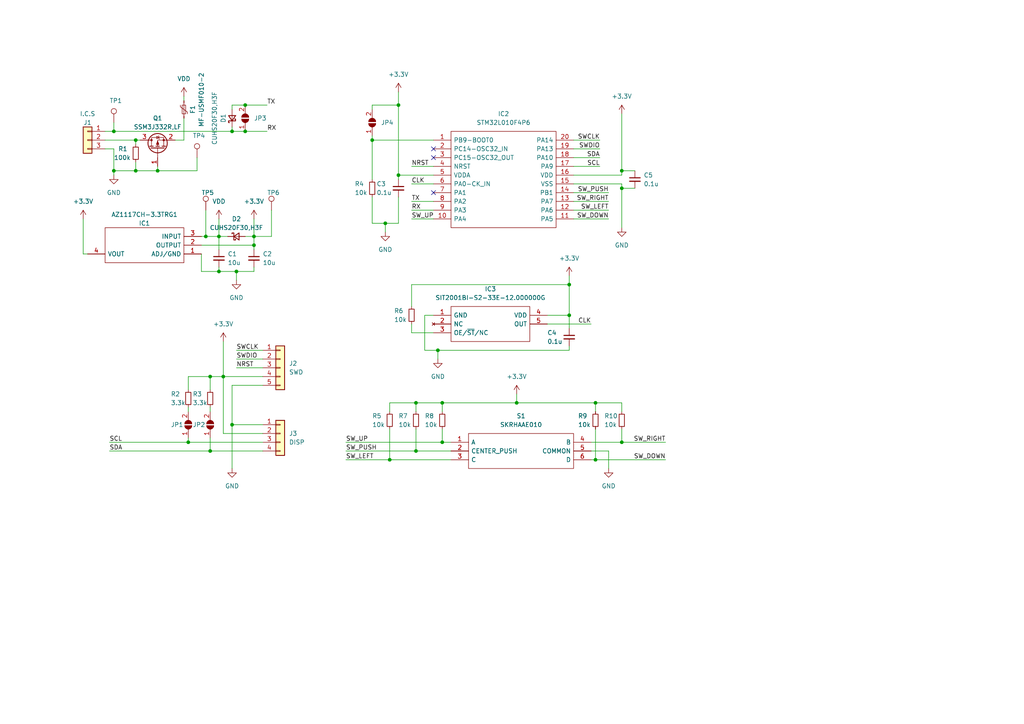
<source format=kicad_sch>
(kicad_sch (version 20230121) (generator eeschema)

  (uuid 969d07c2-c681-490c-ab55-1102401f24e4)

  (paper "A4")

  (lib_symbols
    (symbol "0_SamacSys_Parts:AZ1117CH-3.3TRG1" (pin_names (offset 0.762)) (in_bom yes) (on_board yes)
      (property "Reference" "IC" (at 29.21 7.62 0)
        (effects (font (size 1.27 1.27)) (justify left))
      )
      (property "Value" "AZ1117CH-3.3TRG1" (at 29.21 5.08 0)
        (effects (font (size 1.27 1.27)) (justify left))
      )
      (property "Footprint" "SOT230P700X180-4N" (at 29.21 2.54 0)
        (effects (font (size 1.27 1.27)) (justify left) hide)
      )
      (property "Datasheet" "http://uk.rs-online.com/web/p/products/9210679P" (at 29.21 0 0)
        (effects (font (size 1.27 1.27)) (justify left) hide)
      )
      (property "Description" "1.35A 3.3V LDO Reg. Current Limit SOT223 DiodesZetex AZ1117CH-3.3TRG1, LDO Voltage Regulator, 0.8A, 3.3 V +/-1%, maximum of 15 Vin, 3-Pin SOT-223" (at 29.21 -2.54 0)
        (effects (font (size 1.27 1.27)) (justify left) hide)
      )
      (property "Height" "1.8" (at 29.21 -5.08 0)
        (effects (font (size 1.27 1.27)) (justify left) hide)
      )
      (property "RS Part Number" "9210679P" (at 29.21 -7.62 0)
        (effects (font (size 1.27 1.27)) (justify left) hide)
      )
      (property "RS Price/Stock" "http://uk.rs-online.com/web/p/products/9210679P" (at 29.21 -10.16 0)
        (effects (font (size 1.27 1.27)) (justify left) hide)
      )
      (property "Manufacturer_Name" "Diodes Inc." (at 29.21 -12.7 0)
        (effects (font (size 1.27 1.27)) (justify left) hide)
      )
      (property "Manufacturer_Part_Number" "AZ1117CH-3.3TRG1" (at 29.21 -15.24 0)
        (effects (font (size 1.27 1.27)) (justify left) hide)
      )
      (property "Allied_Number" "70551070" (at 29.21 -17.78 0)
        (effects (font (size 1.27 1.27)) (justify left) hide)
      )
      (property "ki_description" "1.35A 3.3V LDO Reg. Current Limit SOT223 DiodesZetex AZ1117CH-3.3TRG1, LDO Voltage Regulator, 0.8A, 3.3 V +/-1%, maximum of 15 Vin, 3-Pin SOT-223" (at 0 0 0)
        (effects (font (size 1.27 1.27)) hide)
      )
      (symbol "AZ1117CH-3.3TRG1_0_0"
        (pin passive line (at 0 0 0) (length 5.08)
          (name "ADJ/GND" (effects (font (size 1.27 1.27))))
          (number "1" (effects (font (size 1.27 1.27))))
        )
        (pin passive line (at 0 -2.54 0) (length 5.08)
          (name "OUTPUT" (effects (font (size 1.27 1.27))))
          (number "2" (effects (font (size 1.27 1.27))))
        )
        (pin passive line (at 0 -5.08 0) (length 5.08)
          (name "INPUT" (effects (font (size 1.27 1.27))))
          (number "3" (effects (font (size 1.27 1.27))))
        )
        (pin passive line (at 33.02 0 180) (length 5.08)
          (name "VOUT" (effects (font (size 1.27 1.27))))
          (number "4" (effects (font (size 1.27 1.27))))
        )
      )
      (symbol "AZ1117CH-3.3TRG1_0_1"
        (polyline
          (pts
            (xy 5.08 2.54)
            (xy 27.94 2.54)
            (xy 27.94 -7.62)
            (xy 5.08 -7.62)
            (xy 5.08 2.54)
          )
          (stroke (width 0.1524) (type solid))
          (fill (type none))
        )
      )
    )
    (symbol "0_SamacSys_Parts:SIT2001BI-S2-33E-12.000000G" (pin_names (offset 0.762)) (in_bom yes) (on_board yes)
      (property "Reference" "IC" (at 29.21 7.62 0)
        (effects (font (size 1.27 1.27)) (justify left))
      )
      (property "Value" "SIT2001BI-S2-33E-12.000000G" (at 29.21 5.08 0)
        (effects (font (size 1.27 1.27)) (justify left))
      )
      (property "Footprint" "SOT95P280X130-5N" (at 29.21 2.54 0)
        (effects (font (size 1.27 1.27)) (justify left) hide)
      )
      (property "Datasheet" "https://datasheet.datasheetarchive.com/originals/distributors/DKDS42/DSANUWW0050454.pdf" (at 29.21 0 0)
        (effects (font (size 1.27 1.27)) (justify left) hide)
      )
      (property "Description" "SITIME - SIT2001BI-S2-33E-12.000000G - CLOCK GENERATOR, 1-O/P, 12MHZ, SOT-23-5" (at 29.21 -2.54 0)
        (effects (font (size 1.27 1.27)) (justify left) hide)
      )
      (property "Height" "1.3" (at 29.21 -5.08 0)
        (effects (font (size 1.27 1.27)) (justify left) hide)
      )
      (property "RS Part Number" "" (at 29.21 -7.62 0)
        (effects (font (size 1.27 1.27)) (justify left) hide)
      )
      (property "RS Price/Stock" "" (at 29.21 -10.16 0)
        (effects (font (size 1.27 1.27)) (justify left) hide)
      )
      (property "Manufacturer_Name" "SiTime" (at 29.21 -12.7 0)
        (effects (font (size 1.27 1.27)) (justify left) hide)
      )
      (property "Manufacturer_Part_Number" "SIT2001BI-S2-33E-12.000000G" (at 29.21 -15.24 0)
        (effects (font (size 1.27 1.27)) (justify left) hide)
      )
      (property "ki_description" "SITIME - SIT2001BI-S2-33E-12.000000G - CLOCK GENERATOR, 1-O/P, 12MHZ, SOT-23-5" (at 0 0 0)
        (effects (font (size 1.27 1.27)) hide)
      )
      (symbol "SIT2001BI-S2-33E-12.000000G_0_0"
        (pin passive line (at 0 0 0) (length 5.08)
          (name "GND" (effects (font (size 1.27 1.27))))
          (number "1" (effects (font (size 1.27 1.27))))
        )
        (pin no_connect line (at 0 -2.54 0) (length 5.08)
          (name "NC" (effects (font (size 1.27 1.27))))
          (number "2" (effects (font (size 1.27 1.27))))
        )
        (pin passive line (at 0 -5.08 0) (length 5.08)
          (name "OE/~{ST}/NC" (effects (font (size 1.27 1.27))))
          (number "3" (effects (font (size 1.27 1.27))))
        )
        (pin passive line (at 33.02 0 180) (length 5.08)
          (name "VDD" (effects (font (size 1.27 1.27))))
          (number "4" (effects (font (size 1.27 1.27))))
        )
        (pin passive line (at 33.02 -2.54 180) (length 5.08)
          (name "OUT" (effects (font (size 1.27 1.27))))
          (number "5" (effects (font (size 1.27 1.27))))
        )
      )
      (symbol "SIT2001BI-S2-33E-12.000000G_0_1"
        (polyline
          (pts
            (xy 5.08 2.54)
            (xy 27.94 2.54)
            (xy 27.94 -7.62)
            (xy 5.08 -7.62)
            (xy 5.08 2.54)
          )
          (stroke (width 0.1524) (type solid))
          (fill (type none))
        )
      )
    )
    (symbol "0_SamacSys_Parts:SKRHAAE010" (pin_names (offset 0.762)) (in_bom yes) (on_board yes)
      (property "Reference" "S" (at 36.83 7.62 0)
        (effects (font (size 1.27 1.27)) (justify left))
      )
      (property "Value" "SKRHAAE010" (at 36.83 5.08 0)
        (effects (font (size 1.27 1.27)) (justify left))
      )
      (property "Footprint" "SKRHAAE010" (at 36.83 2.54 0)
        (effects (font (size 1.27 1.27)) (justify left) hide)
      )
      (property "Datasheet" "http://www.alps.com/prod/info/E/HTML/MultiControl/Switch/SKRH/SKRHAAE010.html" (at 36.83 0 0)
        (effects (font (size 1.27 1.27)) (justify left) hide)
      )
      (property "Description" "Multi-Directional Switches 4 Dir Center Push 50mA 12V DC" (at 36.83 -2.54 0)
        (effects (font (size 1.27 1.27)) (justify left) hide)
      )
      (property "Height" "" (at 36.83 -5.08 0)
        (effects (font (size 1.27 1.27)) (justify left) hide)
      )
      (property "RS Part Number" "" (at 36.83 -7.62 0)
        (effects (font (size 1.27 1.27)) (justify left) hide)
      )
      (property "RS Price/Stock" "" (at 36.83 -10.16 0)
        (effects (font (size 1.27 1.27)) (justify left) hide)
      )
      (property "Manufacturer_Name" "ALPS Electric" (at 36.83 -12.7 0)
        (effects (font (size 1.27 1.27)) (justify left) hide)
      )
      (property "Manufacturer_Part_Number" "SKRHAAE010" (at 36.83 -15.24 0)
        (effects (font (size 1.27 1.27)) (justify left) hide)
      )
      (property "ki_description" "Multi-Directional Switches 4 Dir Center Push 50mA 12V DC" (at 0 0 0)
        (effects (font (size 1.27 1.27)) hide)
      )
      (symbol "SKRHAAE010_0_0"
        (pin output line (at 0 0 0) (length 5.08)
          (name "A" (effects (font (size 1.27 1.27))))
          (number "1" (effects (font (size 1.27 1.27))))
        )
        (pin output line (at 0 -2.54 0) (length 5.08)
          (name "CENTER_PUSH" (effects (font (size 1.27 1.27))))
          (number "2" (effects (font (size 1.27 1.27))))
        )
        (pin output line (at 0 -5.08 0) (length 5.08)
          (name "C" (effects (font (size 1.27 1.27))))
          (number "3" (effects (font (size 1.27 1.27))))
        )
        (pin output line (at 40.64 0 180) (length 5.08)
          (name "B" (effects (font (size 1.27 1.27))))
          (number "4" (effects (font (size 1.27 1.27))))
        )
        (pin input line (at 40.64 -2.54 180) (length 5.08)
          (name "COMMON" (effects (font (size 1.27 1.27))))
          (number "5" (effects (font (size 1.27 1.27))))
        )
        (pin passive line (at 40.64 -5.08 180) (length 5.08)
          (name "D" (effects (font (size 1.27 1.27))))
          (number "6" (effects (font (size 1.27 1.27))))
        )
      )
      (symbol "SKRHAAE010_0_1"
        (polyline
          (pts
            (xy 5.08 2.54)
            (xy 35.56 2.54)
            (xy 35.56 -7.62)
            (xy 5.08 -7.62)
            (xy 5.08 2.54)
          )
          (stroke (width 0.1524) (type solid))
          (fill (type none))
        )
      )
    )
    (symbol "0_SamacSys_Parts:STM32L010F4P6" (pin_names (offset 0.762)) (in_bom yes) (on_board yes)
      (property "Reference" "IC" (at 36.83 7.62 0)
        (effects (font (size 1.27 1.27)) (justify left))
      )
      (property "Value" "STM32L010F4P6" (at 36.83 5.08 0)
        (effects (font (size 1.27 1.27)) (justify left))
      )
      (property "Footprint" "SOP65P640X120-20N" (at 36.83 2.54 0)
        (effects (font (size 1.27 1.27)) (justify left) hide)
      )
      (property "Datasheet" "http://uk.rs-online.com/web/p/products/1962059" (at 36.83 0 0)
        (effects (font (size 1.27 1.27)) (justify left) hide)
      )
      (property "Description" "STMICROELECTRONICS - STM32L010F4P6 - MCU, 32BIT, 32MHZ, TSSOP-20" (at 36.83 -2.54 0)
        (effects (font (size 1.27 1.27)) (justify left) hide)
      )
      (property "Height" "1.2" (at 36.83 -5.08 0)
        (effects (font (size 1.27 1.27)) (justify left) hide)
      )
      (property "RS Part Number" "1962059" (at 36.83 -7.62 0)
        (effects (font (size 1.27 1.27)) (justify left) hide)
      )
      (property "RS Price/Stock" "http://uk.rs-online.com/web/p/products/1962059" (at 36.83 -10.16 0)
        (effects (font (size 1.27 1.27)) (justify left) hide)
      )
      (property "Manufacturer_Name" "STMicroelectronics" (at 36.83 -12.7 0)
        (effects (font (size 1.27 1.27)) (justify left) hide)
      )
      (property "Manufacturer_Part_Number" "STM32L010F4P6" (at 36.83 -15.24 0)
        (effects (font (size 1.27 1.27)) (justify left) hide)
      )
      (property "ki_description" "STMICROELECTRONICS - STM32L010F4P6 - MCU, 32BIT, 32MHZ, TSSOP-20" (at 0 0 0)
        (effects (font (size 1.27 1.27)) hide)
      )
      (symbol "STM32L010F4P6_0_0"
        (pin passive line (at 0 0 0) (length 5.08)
          (name "PB9-BOOT0" (effects (font (size 1.27 1.27))))
          (number "1" (effects (font (size 1.27 1.27))))
        )
        (pin passive line (at 0 -22.86 0) (length 5.08)
          (name "PA4" (effects (font (size 1.27 1.27))))
          (number "10" (effects (font (size 1.27 1.27))))
        )
        (pin passive line (at 40.64 -22.86 180) (length 5.08)
          (name "PA5" (effects (font (size 1.27 1.27))))
          (number "11" (effects (font (size 1.27 1.27))))
        )
        (pin passive line (at 40.64 -20.32 180) (length 5.08)
          (name "PA6" (effects (font (size 1.27 1.27))))
          (number "12" (effects (font (size 1.27 1.27))))
        )
        (pin passive line (at 40.64 -17.78 180) (length 5.08)
          (name "PA7" (effects (font (size 1.27 1.27))))
          (number "13" (effects (font (size 1.27 1.27))))
        )
        (pin passive line (at 40.64 -15.24 180) (length 5.08)
          (name "PB1" (effects (font (size 1.27 1.27))))
          (number "14" (effects (font (size 1.27 1.27))))
        )
        (pin passive line (at 40.64 -12.7 180) (length 5.08)
          (name "VSS" (effects (font (size 1.27 1.27))))
          (number "15" (effects (font (size 1.27 1.27))))
        )
        (pin passive line (at 40.64 -10.16 180) (length 5.08)
          (name "VDD" (effects (font (size 1.27 1.27))))
          (number "16" (effects (font (size 1.27 1.27))))
        )
        (pin passive line (at 40.64 -7.62 180) (length 5.08)
          (name "PA9" (effects (font (size 1.27 1.27))))
          (number "17" (effects (font (size 1.27 1.27))))
        )
        (pin passive line (at 40.64 -5.08 180) (length 5.08)
          (name "PA10" (effects (font (size 1.27 1.27))))
          (number "18" (effects (font (size 1.27 1.27))))
        )
        (pin passive line (at 40.64 -2.54 180) (length 5.08)
          (name "PA13" (effects (font (size 1.27 1.27))))
          (number "19" (effects (font (size 1.27 1.27))))
        )
        (pin passive line (at 0 -2.54 0) (length 5.08)
          (name "PC14-OSC32_IN" (effects (font (size 1.27 1.27))))
          (number "2" (effects (font (size 1.27 1.27))))
        )
        (pin passive line (at 40.64 0 180) (length 5.08)
          (name "PA14" (effects (font (size 1.27 1.27))))
          (number "20" (effects (font (size 1.27 1.27))))
        )
        (pin passive line (at 0 -5.08 0) (length 5.08)
          (name "PC15-OSC32_OUT" (effects (font (size 1.27 1.27))))
          (number "3" (effects (font (size 1.27 1.27))))
        )
        (pin passive line (at 0 -7.62 0) (length 5.08)
          (name "NRST" (effects (font (size 1.27 1.27))))
          (number "4" (effects (font (size 1.27 1.27))))
        )
        (pin passive line (at 0 -10.16 0) (length 5.08)
          (name "VDDA" (effects (font (size 1.27 1.27))))
          (number "5" (effects (font (size 1.27 1.27))))
        )
        (pin passive line (at 0 -12.7 0) (length 5.08)
          (name "PA0-CK_IN" (effects (font (size 1.27 1.27))))
          (number "6" (effects (font (size 1.27 1.27))))
        )
        (pin passive line (at 0 -15.24 0) (length 5.08)
          (name "PA1" (effects (font (size 1.27 1.27))))
          (number "7" (effects (font (size 1.27 1.27))))
        )
        (pin passive line (at 0 -17.78 0) (length 5.08)
          (name "PA2" (effects (font (size 1.27 1.27))))
          (number "8" (effects (font (size 1.27 1.27))))
        )
        (pin passive line (at 0 -20.32 0) (length 5.08)
          (name "PA3" (effects (font (size 1.27 1.27))))
          (number "9" (effects (font (size 1.27 1.27))))
        )
      )
      (symbol "STM32L010F4P6_0_1"
        (polyline
          (pts
            (xy 5.08 2.54)
            (xy 35.56 2.54)
            (xy 35.56 -25.4)
            (xy 5.08 -25.4)
            (xy 5.08 2.54)
          )
          (stroke (width 0.1524) (type solid))
          (fill (type none))
        )
      )
    )
    (symbol "Connector:TestPoint" (pin_numbers hide) (pin_names (offset 0.762) hide) (in_bom yes) (on_board yes)
      (property "Reference" "TP" (at 0 6.858 0)
        (effects (font (size 1.27 1.27)))
      )
      (property "Value" "TestPoint" (at 0 5.08 0)
        (effects (font (size 1.27 1.27)))
      )
      (property "Footprint" "" (at 5.08 0 0)
        (effects (font (size 1.27 1.27)) hide)
      )
      (property "Datasheet" "~" (at 5.08 0 0)
        (effects (font (size 1.27 1.27)) hide)
      )
      (property "ki_keywords" "test point tp" (at 0 0 0)
        (effects (font (size 1.27 1.27)) hide)
      )
      (property "ki_description" "test point" (at 0 0 0)
        (effects (font (size 1.27 1.27)) hide)
      )
      (property "ki_fp_filters" "Pin* Test*" (at 0 0 0)
        (effects (font (size 1.27 1.27)) hide)
      )
      (symbol "TestPoint_0_1"
        (circle (center 0 3.302) (radius 0.762)
          (stroke (width 0) (type default))
          (fill (type none))
        )
      )
      (symbol "TestPoint_1_1"
        (pin passive line (at 0 0 90) (length 2.54)
          (name "1" (effects (font (size 1.27 1.27))))
          (number "1" (effects (font (size 1.27 1.27))))
        )
      )
    )
    (symbol "Connector_Generic:Conn_01x03" (pin_names (offset 1.016) hide) (in_bom yes) (on_board yes)
      (property "Reference" "J" (at 0 5.08 0)
        (effects (font (size 1.27 1.27)))
      )
      (property "Value" "Conn_01x03" (at 0 -5.08 0)
        (effects (font (size 1.27 1.27)))
      )
      (property "Footprint" "" (at 0 0 0)
        (effects (font (size 1.27 1.27)) hide)
      )
      (property "Datasheet" "~" (at 0 0 0)
        (effects (font (size 1.27 1.27)) hide)
      )
      (property "ki_keywords" "connector" (at 0 0 0)
        (effects (font (size 1.27 1.27)) hide)
      )
      (property "ki_description" "Generic connector, single row, 01x03, script generated (kicad-library-utils/schlib/autogen/connector/)" (at 0 0 0)
        (effects (font (size 1.27 1.27)) hide)
      )
      (property "ki_fp_filters" "Connector*:*_1x??_*" (at 0 0 0)
        (effects (font (size 1.27 1.27)) hide)
      )
      (symbol "Conn_01x03_1_1"
        (rectangle (start -1.27 -2.413) (end 0 -2.667)
          (stroke (width 0.1524) (type default))
          (fill (type none))
        )
        (rectangle (start -1.27 0.127) (end 0 -0.127)
          (stroke (width 0.1524) (type default))
          (fill (type none))
        )
        (rectangle (start -1.27 2.667) (end 0 2.413)
          (stroke (width 0.1524) (type default))
          (fill (type none))
        )
        (rectangle (start -1.27 3.81) (end 1.27 -3.81)
          (stroke (width 0.254) (type default))
          (fill (type background))
        )
        (pin passive line (at -5.08 2.54 0) (length 3.81)
          (name "Pin_1" (effects (font (size 1.27 1.27))))
          (number "1" (effects (font (size 1.27 1.27))))
        )
        (pin passive line (at -5.08 0 0) (length 3.81)
          (name "Pin_2" (effects (font (size 1.27 1.27))))
          (number "2" (effects (font (size 1.27 1.27))))
        )
        (pin passive line (at -5.08 -2.54 0) (length 3.81)
          (name "Pin_3" (effects (font (size 1.27 1.27))))
          (number "3" (effects (font (size 1.27 1.27))))
        )
      )
    )
    (symbol "Connector_Generic:Conn_01x04" (pin_names (offset 1.016) hide) (in_bom yes) (on_board yes)
      (property "Reference" "J" (at 0 5.08 0)
        (effects (font (size 1.27 1.27)))
      )
      (property "Value" "Conn_01x04" (at 0 -7.62 0)
        (effects (font (size 1.27 1.27)))
      )
      (property "Footprint" "" (at 0 0 0)
        (effects (font (size 1.27 1.27)) hide)
      )
      (property "Datasheet" "~" (at 0 0 0)
        (effects (font (size 1.27 1.27)) hide)
      )
      (property "ki_keywords" "connector" (at 0 0 0)
        (effects (font (size 1.27 1.27)) hide)
      )
      (property "ki_description" "Generic connector, single row, 01x04, script generated (kicad-library-utils/schlib/autogen/connector/)" (at 0 0 0)
        (effects (font (size 1.27 1.27)) hide)
      )
      (property "ki_fp_filters" "Connector*:*_1x??_*" (at 0 0 0)
        (effects (font (size 1.27 1.27)) hide)
      )
      (symbol "Conn_01x04_1_1"
        (rectangle (start -1.27 -4.953) (end 0 -5.207)
          (stroke (width 0.1524) (type default))
          (fill (type none))
        )
        (rectangle (start -1.27 -2.413) (end 0 -2.667)
          (stroke (width 0.1524) (type default))
          (fill (type none))
        )
        (rectangle (start -1.27 0.127) (end 0 -0.127)
          (stroke (width 0.1524) (type default))
          (fill (type none))
        )
        (rectangle (start -1.27 2.667) (end 0 2.413)
          (stroke (width 0.1524) (type default))
          (fill (type none))
        )
        (rectangle (start -1.27 3.81) (end 1.27 -6.35)
          (stroke (width 0.254) (type default))
          (fill (type background))
        )
        (pin passive line (at -5.08 2.54 0) (length 3.81)
          (name "Pin_1" (effects (font (size 1.27 1.27))))
          (number "1" (effects (font (size 1.27 1.27))))
        )
        (pin passive line (at -5.08 0 0) (length 3.81)
          (name "Pin_2" (effects (font (size 1.27 1.27))))
          (number "2" (effects (font (size 1.27 1.27))))
        )
        (pin passive line (at -5.08 -2.54 0) (length 3.81)
          (name "Pin_3" (effects (font (size 1.27 1.27))))
          (number "3" (effects (font (size 1.27 1.27))))
        )
        (pin passive line (at -5.08 -5.08 0) (length 3.81)
          (name "Pin_4" (effects (font (size 1.27 1.27))))
          (number "4" (effects (font (size 1.27 1.27))))
        )
      )
    )
    (symbol "Connector_Generic:Conn_01x05" (pin_names (offset 1.016) hide) (in_bom yes) (on_board yes)
      (property "Reference" "J" (at 0 7.62 0)
        (effects (font (size 1.27 1.27)))
      )
      (property "Value" "Conn_01x05" (at 0 -7.62 0)
        (effects (font (size 1.27 1.27)))
      )
      (property "Footprint" "" (at 0 0 0)
        (effects (font (size 1.27 1.27)) hide)
      )
      (property "Datasheet" "~" (at 0 0 0)
        (effects (font (size 1.27 1.27)) hide)
      )
      (property "ki_keywords" "connector" (at 0 0 0)
        (effects (font (size 1.27 1.27)) hide)
      )
      (property "ki_description" "Generic connector, single row, 01x05, script generated (kicad-library-utils/schlib/autogen/connector/)" (at 0 0 0)
        (effects (font (size 1.27 1.27)) hide)
      )
      (property "ki_fp_filters" "Connector*:*_1x??_*" (at 0 0 0)
        (effects (font (size 1.27 1.27)) hide)
      )
      (symbol "Conn_01x05_1_1"
        (rectangle (start -1.27 -4.953) (end 0 -5.207)
          (stroke (width 0.1524) (type default))
          (fill (type none))
        )
        (rectangle (start -1.27 -2.413) (end 0 -2.667)
          (stroke (width 0.1524) (type default))
          (fill (type none))
        )
        (rectangle (start -1.27 0.127) (end 0 -0.127)
          (stroke (width 0.1524) (type default))
          (fill (type none))
        )
        (rectangle (start -1.27 2.667) (end 0 2.413)
          (stroke (width 0.1524) (type default))
          (fill (type none))
        )
        (rectangle (start -1.27 5.207) (end 0 4.953)
          (stroke (width 0.1524) (type default))
          (fill (type none))
        )
        (rectangle (start -1.27 6.35) (end 1.27 -6.35)
          (stroke (width 0.254) (type default))
          (fill (type background))
        )
        (pin passive line (at -5.08 5.08 0) (length 3.81)
          (name "Pin_1" (effects (font (size 1.27 1.27))))
          (number "1" (effects (font (size 1.27 1.27))))
        )
        (pin passive line (at -5.08 2.54 0) (length 3.81)
          (name "Pin_2" (effects (font (size 1.27 1.27))))
          (number "2" (effects (font (size 1.27 1.27))))
        )
        (pin passive line (at -5.08 0 0) (length 3.81)
          (name "Pin_3" (effects (font (size 1.27 1.27))))
          (number "3" (effects (font (size 1.27 1.27))))
        )
        (pin passive line (at -5.08 -2.54 0) (length 3.81)
          (name "Pin_4" (effects (font (size 1.27 1.27))))
          (number "4" (effects (font (size 1.27 1.27))))
        )
        (pin passive line (at -5.08 -5.08 0) (length 3.81)
          (name "Pin_5" (effects (font (size 1.27 1.27))))
          (number "5" (effects (font (size 1.27 1.27))))
        )
      )
    )
    (symbol "Device:C_Small" (pin_numbers hide) (pin_names (offset 0.254) hide) (in_bom yes) (on_board yes)
      (property "Reference" "C" (at 0.254 1.778 0)
        (effects (font (size 1.27 1.27)) (justify left))
      )
      (property "Value" "C_Small" (at 0.254 -2.032 0)
        (effects (font (size 1.27 1.27)) (justify left))
      )
      (property "Footprint" "" (at 0 0 0)
        (effects (font (size 1.27 1.27)) hide)
      )
      (property "Datasheet" "~" (at 0 0 0)
        (effects (font (size 1.27 1.27)) hide)
      )
      (property "ki_keywords" "capacitor cap" (at 0 0 0)
        (effects (font (size 1.27 1.27)) hide)
      )
      (property "ki_description" "Unpolarized capacitor, small symbol" (at 0 0 0)
        (effects (font (size 1.27 1.27)) hide)
      )
      (property "ki_fp_filters" "C_*" (at 0 0 0)
        (effects (font (size 1.27 1.27)) hide)
      )
      (symbol "C_Small_0_1"
        (polyline
          (pts
            (xy -1.524 -0.508)
            (xy 1.524 -0.508)
          )
          (stroke (width 0.3302) (type default))
          (fill (type none))
        )
        (polyline
          (pts
            (xy -1.524 0.508)
            (xy 1.524 0.508)
          )
          (stroke (width 0.3048) (type default))
          (fill (type none))
        )
      )
      (symbol "C_Small_1_1"
        (pin passive line (at 0 2.54 270) (length 2.032)
          (name "~" (effects (font (size 1.27 1.27))))
          (number "1" (effects (font (size 1.27 1.27))))
        )
        (pin passive line (at 0 -2.54 90) (length 2.032)
          (name "~" (effects (font (size 1.27 1.27))))
          (number "2" (effects (font (size 1.27 1.27))))
        )
      )
    )
    (symbol "Device:D_Schottky_Small" (pin_numbers hide) (pin_names (offset 0.254) hide) (in_bom yes) (on_board yes)
      (property "Reference" "D" (at -1.27 2.032 0)
        (effects (font (size 1.27 1.27)) (justify left))
      )
      (property "Value" "D_Schottky_Small" (at -7.112 -2.032 0)
        (effects (font (size 1.27 1.27)) (justify left))
      )
      (property "Footprint" "" (at 0 0 90)
        (effects (font (size 1.27 1.27)) hide)
      )
      (property "Datasheet" "~" (at 0 0 90)
        (effects (font (size 1.27 1.27)) hide)
      )
      (property "ki_keywords" "diode Schottky" (at 0 0 0)
        (effects (font (size 1.27 1.27)) hide)
      )
      (property "ki_description" "Schottky diode, small symbol" (at 0 0 0)
        (effects (font (size 1.27 1.27)) hide)
      )
      (property "ki_fp_filters" "TO-???* *_Diode_* *SingleDiode* D_*" (at 0 0 0)
        (effects (font (size 1.27 1.27)) hide)
      )
      (symbol "D_Schottky_Small_0_1"
        (polyline
          (pts
            (xy -0.762 0)
            (xy 0.762 0)
          )
          (stroke (width 0) (type default))
          (fill (type none))
        )
        (polyline
          (pts
            (xy 0.762 -1.016)
            (xy -0.762 0)
            (xy 0.762 1.016)
            (xy 0.762 -1.016)
          )
          (stroke (width 0.254) (type default))
          (fill (type none))
        )
        (polyline
          (pts
            (xy -1.27 0.762)
            (xy -1.27 1.016)
            (xy -0.762 1.016)
            (xy -0.762 -1.016)
            (xy -0.254 -1.016)
            (xy -0.254 -0.762)
          )
          (stroke (width 0.254) (type default))
          (fill (type none))
        )
      )
      (symbol "D_Schottky_Small_1_1"
        (pin passive line (at -2.54 0 0) (length 1.778)
          (name "K" (effects (font (size 1.27 1.27))))
          (number "1" (effects (font (size 1.27 1.27))))
        )
        (pin passive line (at 2.54 0 180) (length 1.778)
          (name "A" (effects (font (size 1.27 1.27))))
          (number "2" (effects (font (size 1.27 1.27))))
        )
      )
    )
    (symbol "Device:Polyfuse_Small" (pin_numbers hide) (pin_names (offset 0)) (in_bom yes) (on_board yes)
      (property "Reference" "F" (at -1.905 0 90)
        (effects (font (size 1.27 1.27)))
      )
      (property "Value" "Polyfuse_Small" (at 1.905 0 90)
        (effects (font (size 1.27 1.27)))
      )
      (property "Footprint" "" (at 1.27 -5.08 0)
        (effects (font (size 1.27 1.27)) (justify left) hide)
      )
      (property "Datasheet" "~" (at 0 0 0)
        (effects (font (size 1.27 1.27)) hide)
      )
      (property "ki_keywords" "resettable fuse PTC PPTC polyfuse polyswitch" (at 0 0 0)
        (effects (font (size 1.27 1.27)) hide)
      )
      (property "ki_description" "Resettable fuse, polymeric positive temperature coefficient, small symbol" (at 0 0 0)
        (effects (font (size 1.27 1.27)) hide)
      )
      (property "ki_fp_filters" "*polyfuse* *PTC*" (at 0 0 0)
        (effects (font (size 1.27 1.27)) hide)
      )
      (symbol "Polyfuse_Small_0_1"
        (rectangle (start -0.508 1.27) (end 0.508 -1.27)
          (stroke (width 0) (type default))
          (fill (type none))
        )
        (polyline
          (pts
            (xy 0 2.54)
            (xy 0 -2.54)
          )
          (stroke (width 0) (type default))
          (fill (type none))
        )
        (polyline
          (pts
            (xy -1.016 1.27)
            (xy -1.016 0.762)
            (xy 1.016 -0.762)
            (xy 1.016 -1.27)
          )
          (stroke (width 0) (type default))
          (fill (type none))
        )
      )
      (symbol "Polyfuse_Small_1_1"
        (pin passive line (at 0 2.54 270) (length 0.635)
          (name "~" (effects (font (size 1.27 1.27))))
          (number "1" (effects (font (size 1.27 1.27))))
        )
        (pin passive line (at 0 -2.54 90) (length 0.635)
          (name "~" (effects (font (size 1.27 1.27))))
          (number "2" (effects (font (size 1.27 1.27))))
        )
      )
    )
    (symbol "Device:Q_PMOS_GSD" (pin_names (offset 0) hide) (in_bom yes) (on_board yes)
      (property "Reference" "Q" (at 5.08 1.27 0)
        (effects (font (size 1.27 1.27)) (justify left))
      )
      (property "Value" "Q_PMOS_GSD" (at 5.08 -1.27 0)
        (effects (font (size 1.27 1.27)) (justify left))
      )
      (property "Footprint" "" (at 5.08 2.54 0)
        (effects (font (size 1.27 1.27)) hide)
      )
      (property "Datasheet" "~" (at 0 0 0)
        (effects (font (size 1.27 1.27)) hide)
      )
      (property "ki_keywords" "transistor PMOS P-MOS P-MOSFET" (at 0 0 0)
        (effects (font (size 1.27 1.27)) hide)
      )
      (property "ki_description" "P-MOSFET transistor, gate/source/drain" (at 0 0 0)
        (effects (font (size 1.27 1.27)) hide)
      )
      (symbol "Q_PMOS_GSD_0_1"
        (polyline
          (pts
            (xy 0.254 0)
            (xy -2.54 0)
          )
          (stroke (width 0) (type default))
          (fill (type none))
        )
        (polyline
          (pts
            (xy 0.254 1.905)
            (xy 0.254 -1.905)
          )
          (stroke (width 0.254) (type default))
          (fill (type none))
        )
        (polyline
          (pts
            (xy 0.762 -1.27)
            (xy 0.762 -2.286)
          )
          (stroke (width 0.254) (type default))
          (fill (type none))
        )
        (polyline
          (pts
            (xy 0.762 0.508)
            (xy 0.762 -0.508)
          )
          (stroke (width 0.254) (type default))
          (fill (type none))
        )
        (polyline
          (pts
            (xy 0.762 2.286)
            (xy 0.762 1.27)
          )
          (stroke (width 0.254) (type default))
          (fill (type none))
        )
        (polyline
          (pts
            (xy 2.54 2.54)
            (xy 2.54 1.778)
          )
          (stroke (width 0) (type default))
          (fill (type none))
        )
        (polyline
          (pts
            (xy 2.54 -2.54)
            (xy 2.54 0)
            (xy 0.762 0)
          )
          (stroke (width 0) (type default))
          (fill (type none))
        )
        (polyline
          (pts
            (xy 0.762 1.778)
            (xy 3.302 1.778)
            (xy 3.302 -1.778)
            (xy 0.762 -1.778)
          )
          (stroke (width 0) (type default))
          (fill (type none))
        )
        (polyline
          (pts
            (xy 2.286 0)
            (xy 1.27 0.381)
            (xy 1.27 -0.381)
            (xy 2.286 0)
          )
          (stroke (width 0) (type default))
          (fill (type outline))
        )
        (polyline
          (pts
            (xy 2.794 -0.508)
            (xy 2.921 -0.381)
            (xy 3.683 -0.381)
            (xy 3.81 -0.254)
          )
          (stroke (width 0) (type default))
          (fill (type none))
        )
        (polyline
          (pts
            (xy 3.302 -0.381)
            (xy 2.921 0.254)
            (xy 3.683 0.254)
            (xy 3.302 -0.381)
          )
          (stroke (width 0) (type default))
          (fill (type none))
        )
        (circle (center 1.651 0) (radius 2.794)
          (stroke (width 0.254) (type default))
          (fill (type none))
        )
        (circle (center 2.54 -1.778) (radius 0.254)
          (stroke (width 0) (type default))
          (fill (type outline))
        )
        (circle (center 2.54 1.778) (radius 0.254)
          (stroke (width 0) (type default))
          (fill (type outline))
        )
      )
      (symbol "Q_PMOS_GSD_1_1"
        (pin input line (at -5.08 0 0) (length 2.54)
          (name "G" (effects (font (size 1.27 1.27))))
          (number "1" (effects (font (size 1.27 1.27))))
        )
        (pin passive line (at 2.54 -5.08 90) (length 2.54)
          (name "S" (effects (font (size 1.27 1.27))))
          (number "2" (effects (font (size 1.27 1.27))))
        )
        (pin passive line (at 2.54 5.08 270) (length 2.54)
          (name "D" (effects (font (size 1.27 1.27))))
          (number "3" (effects (font (size 1.27 1.27))))
        )
      )
    )
    (symbol "Device:R_Small" (pin_numbers hide) (pin_names (offset 0.254) hide) (in_bom yes) (on_board yes)
      (property "Reference" "R" (at 0.762 0.508 0)
        (effects (font (size 1.27 1.27)) (justify left))
      )
      (property "Value" "R_Small" (at 0.762 -1.016 0)
        (effects (font (size 1.27 1.27)) (justify left))
      )
      (property "Footprint" "" (at 0 0 0)
        (effects (font (size 1.27 1.27)) hide)
      )
      (property "Datasheet" "~" (at 0 0 0)
        (effects (font (size 1.27 1.27)) hide)
      )
      (property "ki_keywords" "R resistor" (at 0 0 0)
        (effects (font (size 1.27 1.27)) hide)
      )
      (property "ki_description" "Resistor, small symbol" (at 0 0 0)
        (effects (font (size 1.27 1.27)) hide)
      )
      (property "ki_fp_filters" "R_*" (at 0 0 0)
        (effects (font (size 1.27 1.27)) hide)
      )
      (symbol "R_Small_0_1"
        (rectangle (start -0.762 1.778) (end 0.762 -1.778)
          (stroke (width 0.2032) (type default))
          (fill (type none))
        )
      )
      (symbol "R_Small_1_1"
        (pin passive line (at 0 2.54 270) (length 0.762)
          (name "~" (effects (font (size 1.27 1.27))))
          (number "1" (effects (font (size 1.27 1.27))))
        )
        (pin passive line (at 0 -2.54 90) (length 0.762)
          (name "~" (effects (font (size 1.27 1.27))))
          (number "2" (effects (font (size 1.27 1.27))))
        )
      )
    )
    (symbol "Jumper:SolderJumper_2_Open" (pin_names (offset 0) hide) (in_bom yes) (on_board yes)
      (property "Reference" "JP" (at 0 2.032 0)
        (effects (font (size 1.27 1.27)))
      )
      (property "Value" "SolderJumper_2_Open" (at 0 -2.54 0)
        (effects (font (size 1.27 1.27)))
      )
      (property "Footprint" "" (at 0 0 0)
        (effects (font (size 1.27 1.27)) hide)
      )
      (property "Datasheet" "~" (at 0 0 0)
        (effects (font (size 1.27 1.27)) hide)
      )
      (property "ki_keywords" "solder jumper SPST" (at 0 0 0)
        (effects (font (size 1.27 1.27)) hide)
      )
      (property "ki_description" "Solder Jumper, 2-pole, open" (at 0 0 0)
        (effects (font (size 1.27 1.27)) hide)
      )
      (property "ki_fp_filters" "SolderJumper*Open*" (at 0 0 0)
        (effects (font (size 1.27 1.27)) hide)
      )
      (symbol "SolderJumper_2_Open_0_1"
        (arc (start -0.254 1.016) (mid -1.2656 0) (end -0.254 -1.016)
          (stroke (width 0) (type default))
          (fill (type none))
        )
        (arc (start -0.254 1.016) (mid -1.2656 0) (end -0.254 -1.016)
          (stroke (width 0) (type default))
          (fill (type outline))
        )
        (polyline
          (pts
            (xy -0.254 1.016)
            (xy -0.254 -1.016)
          )
          (stroke (width 0) (type default))
          (fill (type none))
        )
        (polyline
          (pts
            (xy 0.254 1.016)
            (xy 0.254 -1.016)
          )
          (stroke (width 0) (type default))
          (fill (type none))
        )
        (arc (start 0.254 -1.016) (mid 1.2656 0) (end 0.254 1.016)
          (stroke (width 0) (type default))
          (fill (type none))
        )
        (arc (start 0.254 -1.016) (mid 1.2656 0) (end 0.254 1.016)
          (stroke (width 0) (type default))
          (fill (type outline))
        )
      )
      (symbol "SolderJumper_2_Open_1_1"
        (pin passive line (at -3.81 0 0) (length 2.54)
          (name "A" (effects (font (size 1.27 1.27))))
          (number "1" (effects (font (size 1.27 1.27))))
        )
        (pin passive line (at 3.81 0 180) (length 2.54)
          (name "B" (effects (font (size 1.27 1.27))))
          (number "2" (effects (font (size 1.27 1.27))))
        )
      )
    )
    (symbol "power:+3.3V" (power) (pin_names (offset 0)) (in_bom yes) (on_board yes)
      (property "Reference" "#PWR" (at 0 -3.81 0)
        (effects (font (size 1.27 1.27)) hide)
      )
      (property "Value" "+3.3V" (at 0 3.556 0)
        (effects (font (size 1.27 1.27)))
      )
      (property "Footprint" "" (at 0 0 0)
        (effects (font (size 1.27 1.27)) hide)
      )
      (property "Datasheet" "" (at 0 0 0)
        (effects (font (size 1.27 1.27)) hide)
      )
      (property "ki_keywords" "global power" (at 0 0 0)
        (effects (font (size 1.27 1.27)) hide)
      )
      (property "ki_description" "Power symbol creates a global label with name \"+3.3V\"" (at 0 0 0)
        (effects (font (size 1.27 1.27)) hide)
      )
      (symbol "+3.3V_0_1"
        (polyline
          (pts
            (xy -0.762 1.27)
            (xy 0 2.54)
          )
          (stroke (width 0) (type default))
          (fill (type none))
        )
        (polyline
          (pts
            (xy 0 0)
            (xy 0 2.54)
          )
          (stroke (width 0) (type default))
          (fill (type none))
        )
        (polyline
          (pts
            (xy 0 2.54)
            (xy 0.762 1.27)
          )
          (stroke (width 0) (type default))
          (fill (type none))
        )
      )
      (symbol "+3.3V_1_1"
        (pin power_in line (at 0 0 90) (length 0) hide
          (name "+3.3V" (effects (font (size 1.27 1.27))))
          (number "1" (effects (font (size 1.27 1.27))))
        )
      )
    )
    (symbol "power:GND" (power) (pin_names (offset 0)) (in_bom yes) (on_board yes)
      (property "Reference" "#PWR" (at 0 -6.35 0)
        (effects (font (size 1.27 1.27)) hide)
      )
      (property "Value" "GND" (at 0 -3.81 0)
        (effects (font (size 1.27 1.27)))
      )
      (property "Footprint" "" (at 0 0 0)
        (effects (font (size 1.27 1.27)) hide)
      )
      (property "Datasheet" "" (at 0 0 0)
        (effects (font (size 1.27 1.27)) hide)
      )
      (property "ki_keywords" "global power" (at 0 0 0)
        (effects (font (size 1.27 1.27)) hide)
      )
      (property "ki_description" "Power symbol creates a global label with name \"GND\" , ground" (at 0 0 0)
        (effects (font (size 1.27 1.27)) hide)
      )
      (symbol "GND_0_1"
        (polyline
          (pts
            (xy 0 0)
            (xy 0 -1.27)
            (xy 1.27 -1.27)
            (xy 0 -2.54)
            (xy -1.27 -1.27)
            (xy 0 -1.27)
          )
          (stroke (width 0) (type default))
          (fill (type none))
        )
      )
      (symbol "GND_1_1"
        (pin power_in line (at 0 0 270) (length 0) hide
          (name "GND" (effects (font (size 1.27 1.27))))
          (number "1" (effects (font (size 1.27 1.27))))
        )
      )
    )
    (symbol "power:VDD" (power) (pin_names (offset 0)) (in_bom yes) (on_board yes)
      (property "Reference" "#PWR" (at 0 -3.81 0)
        (effects (font (size 1.27 1.27)) hide)
      )
      (property "Value" "VDD" (at 0 3.81 0)
        (effects (font (size 1.27 1.27)))
      )
      (property "Footprint" "" (at 0 0 0)
        (effects (font (size 1.27 1.27)) hide)
      )
      (property "Datasheet" "" (at 0 0 0)
        (effects (font (size 1.27 1.27)) hide)
      )
      (property "ki_keywords" "global power" (at 0 0 0)
        (effects (font (size 1.27 1.27)) hide)
      )
      (property "ki_description" "Power symbol creates a global label with name \"VDD\"" (at 0 0 0)
        (effects (font (size 1.27 1.27)) hide)
      )
      (symbol "VDD_0_1"
        (polyline
          (pts
            (xy -0.762 1.27)
            (xy 0 2.54)
          )
          (stroke (width 0) (type default))
          (fill (type none))
        )
        (polyline
          (pts
            (xy 0 0)
            (xy 0 2.54)
          )
          (stroke (width 0) (type default))
          (fill (type none))
        )
        (polyline
          (pts
            (xy 0 2.54)
            (xy 0.762 1.27)
          )
          (stroke (width 0) (type default))
          (fill (type none))
        )
      )
      (symbol "VDD_1_1"
        (pin power_in line (at 0 0 90) (length 0) hide
          (name "VDD" (effects (font (size 1.27 1.27))))
          (number "1" (effects (font (size 1.27 1.27))))
        )
      )
    )
  )

  (junction (at 73.66 68.58) (diameter 0) (color 0 0 0 0)
    (uuid 09ad7583-f223-4792-b817-43cc28aa2bbc)
  )
  (junction (at 128.27 128.27) (diameter 0) (color 0 0 0 0)
    (uuid 0c068abc-2daf-4654-812a-b42d0625115a)
  )
  (junction (at 107.95 40.64) (diameter 0) (color 0 0 0 0)
    (uuid 0f171899-21c9-4d52-b4ef-3c92824c0390)
  )
  (junction (at 120.65 116.84) (diameter 0) (color 0 0 0 0)
    (uuid 19dff4c3-68ce-489a-ac5a-13dbc27c1d34)
  )
  (junction (at 180.34 54.61) (diameter 0) (color 0 0 0 0)
    (uuid 1ed89948-d33c-4c55-9ad2-c6deea1205d3)
  )
  (junction (at 180.34 49.53) (diameter 0) (color 0 0 0 0)
    (uuid 1f35e13b-d309-41a2-a80b-82798b14007a)
  )
  (junction (at 73.66 71.12) (diameter 0) (color 0 0 0 0)
    (uuid 1f38b7b9-b9c9-4083-8abb-edd386bdc832)
  )
  (junction (at 120.65 130.81) (diameter 0) (color 0 0 0 0)
    (uuid 1f3f52ba-2a33-4cef-997a-383f649261c6)
  )
  (junction (at 63.5 68.58) (diameter 0) (color 0 0 0 0)
    (uuid 23758be7-1e33-47d0-a09e-5beb5b99b9ff)
  )
  (junction (at 64.77 109.22) (diameter 0) (color 0 0 0 0)
    (uuid 2b527d88-cac1-48ae-9e01-1ea99bc386ea)
  )
  (junction (at 33.02 38.1) (diameter 0) (color 0 0 0 0)
    (uuid 3c0e84ee-728c-4a9e-b354-cfcc54d25307)
  )
  (junction (at 68.58 78.74) (diameter 0) (color 0 0 0 0)
    (uuid 4eaa84df-db6f-41be-85db-baf61270d0a4)
  )
  (junction (at 54.61 128.27) (diameter 0) (color 0 0 0 0)
    (uuid 5ab84711-e83f-4835-b021-e898d6aa6726)
  )
  (junction (at 115.57 50.8) (diameter 0) (color 0 0 0 0)
    (uuid 61661e0f-8364-44c2-845d-8cc9e3b6092b)
  )
  (junction (at 63.5 78.74) (diameter 0) (color 0 0 0 0)
    (uuid 6d3b37e4-1684-42aa-b7e9-042df3b5a347)
  )
  (junction (at 67.31 123.19) (diameter 0) (color 0 0 0 0)
    (uuid 6e678304-35fa-40e3-906e-a64093597788)
  )
  (junction (at 172.72 133.35) (diameter 0) (color 0 0 0 0)
    (uuid 6fbb9ab3-6a87-42f6-a7bb-05e895847354)
  )
  (junction (at 111.76 64.77) (diameter 0) (color 0 0 0 0)
    (uuid 7c15372a-caa4-4ab1-bed8-be362e1b1da1)
  )
  (junction (at 149.86 116.84) (diameter 0) (color 0 0 0 0)
    (uuid 8addd280-85ba-4286-9b5f-a5266dbf0379)
  )
  (junction (at 71.12 38.1) (diameter 0) (color 0 0 0 0)
    (uuid 8cfcc9e2-9eb0-4a45-a185-491e3387c596)
  )
  (junction (at 60.96 109.22) (diameter 0) (color 0 0 0 0)
    (uuid 8fa5dad7-1ff9-4f34-85ca-15715c74146a)
  )
  (junction (at 113.03 133.35) (diameter 0) (color 0 0 0 0)
    (uuid 92d28668-eebe-4c87-967e-5a94f24c04d8)
  )
  (junction (at 39.37 49.53) (diameter 0) (color 0 0 0 0)
    (uuid 93e832be-e864-4e84-b69a-936e58497e43)
  )
  (junction (at 60.96 130.81) (diameter 0) (color 0 0 0 0)
    (uuid 961ff71b-657f-439c-9758-d3c649b8fca3)
  )
  (junction (at 172.72 116.84) (diameter 0) (color 0 0 0 0)
    (uuid a19c0e62-6477-40ac-9238-64f9d61f02ab)
  )
  (junction (at 127 101.6) (diameter 0) (color 0 0 0 0)
    (uuid a226e8f0-a574-4edc-afe6-cf355f07a41e)
  )
  (junction (at 33.02 49.53) (diameter 0) (color 0 0 0 0)
    (uuid af09c938-c2fc-48f0-8b81-0bb239381f5f)
  )
  (junction (at 67.31 38.1) (diameter 0) (color 0 0 0 0)
    (uuid bbc58fda-5eb0-4dfc-a29c-831ff99fcce9)
  )
  (junction (at 115.57 30.48) (diameter 0) (color 0 0 0 0)
    (uuid bee3fc67-8a56-454e-8e39-9aff75b91927)
  )
  (junction (at 128.27 116.84) (diameter 0) (color 0 0 0 0)
    (uuid c07005a4-edda-4a6a-99ba-35e0c761686c)
  )
  (junction (at 165.1 82.55) (diameter 0) (color 0 0 0 0)
    (uuid cea62b7d-23fe-42ff-9202-d0c4a06ebc61)
  )
  (junction (at 165.1 91.44) (diameter 0) (color 0 0 0 0)
    (uuid d0788d25-a197-4241-8fe9-41d85f5de3a6)
  )
  (junction (at 180.34 128.27) (diameter 0) (color 0 0 0 0)
    (uuid dabbc136-bf6d-4364-a375-9ab9e921dcc4)
  )
  (junction (at 71.12 30.48) (diameter 0) (color 0 0 0 0)
    (uuid f0b5decb-2e0e-410e-9404-dd20bb299b59)
  )
  (junction (at 39.37 40.64) (diameter 0) (color 0 0 0 0)
    (uuid f67ea3ad-000b-46cc-9da8-6561af450ddb)
  )
  (junction (at 45.72 49.53) (diameter 0) (color 0 0 0 0)
    (uuid f78ef4ee-4f9e-425f-b020-4f15058f8f79)
  )
  (junction (at 59.69 68.58) (diameter 0) (color 0 0 0 0)
    (uuid fb61a4de-1aac-42c3-8f2f-5a7345b1e840)
  )

  (no_connect (at 125.73 55.88) (uuid 6c11554c-e198-4812-91a9-55ca1b619a62))
  (no_connect (at 125.73 43.18) (uuid aad81616-d8db-46e4-99d6-bf2138db7026))
  (no_connect (at 125.73 45.72) (uuid b56c8a93-de5b-47f8-92b5-ef058d819bb8))

  (wire (pts (xy 166.37 53.34) (xy 180.34 53.34))
    (stroke (width 0) (type default))
    (uuid 00bddfda-96ec-4d8b-8818-77c2cfce2527)
  )
  (wire (pts (xy 166.37 48.26) (xy 173.99 48.26))
    (stroke (width 0) (type default))
    (uuid 00e10a6b-6051-4edc-b437-f4b4cf4fe836)
  )
  (wire (pts (xy 67.31 123.19) (xy 76.2 123.19))
    (stroke (width 0) (type default))
    (uuid 019591ad-6e98-4e6b-b1b1-78f7df405f0f)
  )
  (wire (pts (xy 68.58 106.68) (xy 76.2 106.68))
    (stroke (width 0) (type default))
    (uuid 02e6be08-5f5c-483a-bf77-26123f5bd7c3)
  )
  (wire (pts (xy 113.03 133.35) (xy 130.81 133.35))
    (stroke (width 0) (type default))
    (uuid 0698811b-7d6d-405c-a607-787dda0c4d85)
  )
  (wire (pts (xy 71.12 68.58) (xy 73.66 68.58))
    (stroke (width 0) (type default))
    (uuid 07235bf4-9073-4e59-aad5-ac3e657afcb2)
  )
  (wire (pts (xy 128.27 124.46) (xy 128.27 128.27))
    (stroke (width 0) (type default))
    (uuid 097e4a09-1cc4-4c45-827a-423ccdf390d7)
  )
  (wire (pts (xy 120.65 116.84) (xy 128.27 116.84))
    (stroke (width 0) (type default))
    (uuid 0ae19079-1dde-4b96-9e44-e4e4fd90226e)
  )
  (wire (pts (xy 120.65 130.81) (xy 130.81 130.81))
    (stroke (width 0) (type default))
    (uuid 0c35cc35-83c5-4ee1-a7e0-542babd986eb)
  )
  (wire (pts (xy 166.37 50.8) (xy 180.34 50.8))
    (stroke (width 0) (type default))
    (uuid 0c77244c-a54b-41b8-8c87-a099c3ed9b98)
  )
  (wire (pts (xy 60.96 109.22) (xy 64.77 109.22))
    (stroke (width 0) (type default))
    (uuid 0f5e2885-f05f-4486-bc26-51ebb274feb6)
  )
  (wire (pts (xy 180.34 54.61) (xy 184.15 54.61))
    (stroke (width 0) (type default))
    (uuid 0f6cb9f5-1e71-47a4-ae0e-4685bf5f7b1d)
  )
  (wire (pts (xy 73.66 77.47) (xy 73.66 78.74))
    (stroke (width 0) (type default))
    (uuid 1134f167-5170-4dd5-af88-27fa3b1bb486)
  )
  (wire (pts (xy 113.03 116.84) (xy 120.65 116.84))
    (stroke (width 0) (type default))
    (uuid 1202ea80-f863-4e6c-872a-d8e32368b3b6)
  )
  (wire (pts (xy 53.34 34.29) (xy 53.34 40.64))
    (stroke (width 0) (type default))
    (uuid 12574f67-49d4-42e2-b967-50d884d0edd0)
  )
  (wire (pts (xy 39.37 49.53) (xy 45.72 49.53))
    (stroke (width 0) (type default))
    (uuid 1382c811-873f-4c5e-85e4-20204bbf1cd2)
  )
  (wire (pts (xy 53.34 27.94) (xy 53.34 29.21))
    (stroke (width 0) (type default))
    (uuid 1389b799-3c2e-4fcb-8d8f-00b767ceffff)
  )
  (wire (pts (xy 45.72 48.26) (xy 45.72 49.53))
    (stroke (width 0) (type default))
    (uuid 17a35911-1c5e-4e1b-a1bb-ca483f4449f7)
  )
  (wire (pts (xy 172.72 116.84) (xy 172.72 119.38))
    (stroke (width 0) (type default))
    (uuid 1824dcb2-7876-43ca-85e5-d09bf89cbba4)
  )
  (wire (pts (xy 165.1 82.55) (xy 165.1 91.44))
    (stroke (width 0) (type default))
    (uuid 18786199-8e17-43e9-8d5d-1e2865a73fc3)
  )
  (wire (pts (xy 100.33 130.81) (xy 120.65 130.81))
    (stroke (width 0) (type default))
    (uuid 1b6c7090-5f16-4519-b849-e483191e1592)
  )
  (wire (pts (xy 172.72 133.35) (xy 193.04 133.35))
    (stroke (width 0) (type default))
    (uuid 1b75531a-8444-4c81-a6ea-1ace7b51111f)
  )
  (wire (pts (xy 60.96 118.11) (xy 60.96 119.38))
    (stroke (width 0) (type default))
    (uuid 1fcfa2b5-c440-4d4b-a451-aa0cacd2c436)
  )
  (wire (pts (xy 127 101.6) (xy 165.1 101.6))
    (stroke (width 0) (type default))
    (uuid 222a84b0-76d6-4a54-8311-386bd609691d)
  )
  (wire (pts (xy 115.57 50.8) (xy 125.73 50.8))
    (stroke (width 0) (type default))
    (uuid 249d40de-2d3d-4d91-9c44-430666bdd6e2)
  )
  (wire (pts (xy 33.02 43.18) (xy 33.02 49.53))
    (stroke (width 0) (type default))
    (uuid 263d1f0b-d19e-4a39-b392-3805983db96a)
  )
  (wire (pts (xy 158.75 91.44) (xy 165.1 91.44))
    (stroke (width 0) (type default))
    (uuid 2731a462-190b-4a55-89a9-268ab2e8ef1b)
  )
  (wire (pts (xy 24.13 63.5) (xy 24.13 73.66))
    (stroke (width 0) (type default))
    (uuid 2b3cbe6e-05c8-44db-ad67-2d36c213e2b2)
  )
  (wire (pts (xy 166.37 45.72) (xy 173.99 45.72))
    (stroke (width 0) (type default))
    (uuid 2b984f93-1c65-4f78-a811-c9bec14707c4)
  )
  (wire (pts (xy 33.02 49.53) (xy 33.02 50.8))
    (stroke (width 0) (type default))
    (uuid 2cbb292f-633f-452c-b6c6-cf23a9f4c9c6)
  )
  (wire (pts (xy 149.86 114.3) (xy 149.86 116.84))
    (stroke (width 0) (type default))
    (uuid 2d91b35e-c1bb-4d2d-8c97-9679fe291d97)
  )
  (wire (pts (xy 115.57 30.48) (xy 115.57 50.8))
    (stroke (width 0) (type default))
    (uuid 2e216b9c-72ed-4a6b-a868-fadc700a1c59)
  )
  (wire (pts (xy 30.48 38.1) (xy 33.02 38.1))
    (stroke (width 0) (type default))
    (uuid 303003a0-6378-45cf-b498-36efdc1ec744)
  )
  (wire (pts (xy 166.37 43.18) (xy 173.99 43.18))
    (stroke (width 0) (type default))
    (uuid 31639e99-12aa-46f5-b192-729fba61f817)
  )
  (wire (pts (xy 71.12 30.48) (xy 77.47 30.48))
    (stroke (width 0) (type default))
    (uuid 3abbe513-f016-405c-a7ea-6af4f3d5a850)
  )
  (wire (pts (xy 30.48 43.18) (xy 33.02 43.18))
    (stroke (width 0) (type default))
    (uuid 3c254872-0f82-4b2b-ae5a-33e7b3b94c8c)
  )
  (wire (pts (xy 50.8 40.64) (xy 53.34 40.64))
    (stroke (width 0) (type default))
    (uuid 404b9083-e9ec-4ee2-ae21-053879fed109)
  )
  (wire (pts (xy 58.42 78.74) (xy 63.5 78.74))
    (stroke (width 0) (type default))
    (uuid 4435b617-145d-4dce-bc6e-f0dc87ac58ac)
  )
  (wire (pts (xy 171.45 133.35) (xy 172.72 133.35))
    (stroke (width 0) (type default))
    (uuid 465862ce-8230-42e3-a8c3-fa064585d1f0)
  )
  (wire (pts (xy 119.38 82.55) (xy 165.1 82.55))
    (stroke (width 0) (type default))
    (uuid 46a5f930-4e92-48c0-822c-9c70ef31174a)
  )
  (wire (pts (xy 67.31 123.19) (xy 67.31 135.89))
    (stroke (width 0) (type default))
    (uuid 4a711475-d51f-4ed4-970a-a6219373f3e6)
  )
  (wire (pts (xy 64.77 109.22) (xy 64.77 125.73))
    (stroke (width 0) (type default))
    (uuid 50183c12-9d87-4f8c-8b3d-9e1c023d01fb)
  )
  (wire (pts (xy 111.76 64.77) (xy 111.76 67.31))
    (stroke (width 0) (type default))
    (uuid 521933ff-af1a-46a1-bc1c-84b511596cbb)
  )
  (wire (pts (xy 39.37 40.64) (xy 39.37 41.91))
    (stroke (width 0) (type default))
    (uuid 53d4c518-0aa4-422a-897f-ded7e75f871e)
  )
  (wire (pts (xy 180.34 54.61) (xy 180.34 66.04))
    (stroke (width 0) (type default))
    (uuid 54355f23-0530-49e0-aa72-637cad82fec7)
  )
  (wire (pts (xy 64.77 125.73) (xy 76.2 125.73))
    (stroke (width 0) (type default))
    (uuid 56371117-7c02-488f-a6f5-5e929e00b216)
  )
  (wire (pts (xy 68.58 78.74) (xy 73.66 78.74))
    (stroke (width 0) (type default))
    (uuid 577424fc-6d43-40d1-9103-9b41925b00ec)
  )
  (wire (pts (xy 119.38 96.52) (xy 125.73 96.52))
    (stroke (width 0) (type default))
    (uuid 583c42ca-4373-42b7-932a-218907a9cf66)
  )
  (wire (pts (xy 107.95 40.64) (xy 107.95 52.07))
    (stroke (width 0) (type default))
    (uuid 587ec65e-b6c1-4829-bc7c-700a7a61322a)
  )
  (wire (pts (xy 107.95 39.37) (xy 107.95 40.64))
    (stroke (width 0) (type default))
    (uuid 591accc3-97b0-4483-95b4-c87146bdba8a)
  )
  (wire (pts (xy 128.27 128.27) (xy 130.81 128.27))
    (stroke (width 0) (type default))
    (uuid 596302a2-91f2-4e01-a9e6-0660ebd4d261)
  )
  (wire (pts (xy 54.61 128.27) (xy 76.2 128.27))
    (stroke (width 0) (type default))
    (uuid 5c72651d-20d5-4dd9-80ad-24e609a749a3)
  )
  (wire (pts (xy 115.57 57.15) (xy 115.57 64.77))
    (stroke (width 0) (type default))
    (uuid 5d33f719-7bcd-4750-80f7-b1ce47fb3351)
  )
  (wire (pts (xy 123.19 91.44) (xy 123.19 101.6))
    (stroke (width 0) (type default))
    (uuid 5da92459-1852-4239-8863-eb52e6d7fc73)
  )
  (wire (pts (xy 180.34 49.53) (xy 184.15 49.53))
    (stroke (width 0) (type default))
    (uuid 5e9b3fb4-1dfa-4757-9859-b81124a9a55c)
  )
  (wire (pts (xy 39.37 46.99) (xy 39.37 49.53))
    (stroke (width 0) (type default))
    (uuid 6180d418-2b17-4a42-be8f-d84940cf8ffa)
  )
  (wire (pts (xy 180.34 116.84) (xy 180.34 119.38))
    (stroke (width 0) (type default))
    (uuid 6935b94f-fb28-46a5-8493-d836534ecd52)
  )
  (wire (pts (xy 111.76 64.77) (xy 115.57 64.77))
    (stroke (width 0) (type default))
    (uuid 6c0d20a7-c3de-441a-afae-d84acf5a8498)
  )
  (wire (pts (xy 68.58 101.6) (xy 76.2 101.6))
    (stroke (width 0) (type default))
    (uuid 6fdef410-5810-475a-ae2b-95e05bb7879f)
  )
  (wire (pts (xy 63.5 78.74) (xy 68.58 78.74))
    (stroke (width 0) (type default))
    (uuid 7004903a-6c89-4466-bbb8-2d572d52abe4)
  )
  (wire (pts (xy 68.58 104.14) (xy 76.2 104.14))
    (stroke (width 0) (type default))
    (uuid 755ee543-d56e-48e8-8b3b-70f49b1529de)
  )
  (wire (pts (xy 120.65 116.84) (xy 120.65 119.38))
    (stroke (width 0) (type default))
    (uuid 75a73774-3bee-42c8-8eb3-8827d9542515)
  )
  (wire (pts (xy 73.66 68.58) (xy 78.74 68.58))
    (stroke (width 0) (type default))
    (uuid 75cad9bb-700e-4446-b387-52b73d969ead)
  )
  (wire (pts (xy 165.1 91.44) (xy 165.1 95.25))
    (stroke (width 0) (type default))
    (uuid 7611d031-e809-4fd4-b3c2-ff5d74910ba6)
  )
  (wire (pts (xy 107.95 30.48) (xy 115.57 30.48))
    (stroke (width 0) (type default))
    (uuid 7bb36bcd-1fd6-4865-a524-d2ef0c338266)
  )
  (wire (pts (xy 78.74 60.96) (xy 78.74 68.58))
    (stroke (width 0) (type default))
    (uuid 7c87ec99-3070-47bf-b248-e32b68cc0187)
  )
  (wire (pts (xy 171.45 130.81) (xy 176.53 130.81))
    (stroke (width 0) (type default))
    (uuid 7d8fc652-ceae-49a8-a9f0-826fa0581676)
  )
  (wire (pts (xy 68.58 78.74) (xy 68.58 81.28))
    (stroke (width 0) (type default))
    (uuid 7e121a64-f69a-46ae-bfcb-10d7ad727e66)
  )
  (wire (pts (xy 115.57 50.8) (xy 115.57 52.07))
    (stroke (width 0) (type default))
    (uuid 83ec92f3-a945-4e0a-8f5d-6243708c9cc0)
  )
  (wire (pts (xy 176.53 130.81) (xy 176.53 135.89))
    (stroke (width 0) (type default))
    (uuid 855b65c2-4ca5-4dd5-8df0-c49b62cc855d)
  )
  (wire (pts (xy 100.33 133.35) (xy 113.03 133.35))
    (stroke (width 0) (type default))
    (uuid 86b5d0bb-e72b-4685-a95d-9b9cbef13c8c)
  )
  (wire (pts (xy 30.48 40.64) (xy 39.37 40.64))
    (stroke (width 0) (type default))
    (uuid 8a36fb59-e5b9-49ee-8d2c-8c0c8c93cb17)
  )
  (wire (pts (xy 31.75 128.27) (xy 54.61 128.27))
    (stroke (width 0) (type default))
    (uuid 8ee7c865-0a7f-458e-a454-bb1c2ca4cd2d)
  )
  (wire (pts (xy 113.03 124.46) (xy 113.03 133.35))
    (stroke (width 0) (type default))
    (uuid 8f5b9847-7493-4f89-897f-34aaa8de7983)
  )
  (wire (pts (xy 24.13 73.66) (xy 25.4 73.66))
    (stroke (width 0) (type default))
    (uuid 8ff11a7e-52c2-4afe-9ba2-d4d8bfac1be5)
  )
  (wire (pts (xy 60.96 109.22) (xy 60.96 113.03))
    (stroke (width 0) (type default))
    (uuid 8ff83a21-b1e6-434c-b095-44cb887d2c73)
  )
  (wire (pts (xy 33.02 38.1) (xy 67.31 38.1))
    (stroke (width 0) (type default))
    (uuid 90234ee7-37ff-4414-b990-591df4114264)
  )
  (wire (pts (xy 165.1 100.33) (xy 165.1 101.6))
    (stroke (width 0) (type default))
    (uuid 91899f1e-c4fb-4c8a-bbb7-5a3a60e52824)
  )
  (wire (pts (xy 172.72 124.46) (xy 172.72 133.35))
    (stroke (width 0) (type default))
    (uuid 932a735f-1cfa-4150-b7e8-7da5e8605ff2)
  )
  (wire (pts (xy 123.19 91.44) (xy 125.73 91.44))
    (stroke (width 0) (type default))
    (uuid 93e60887-ab1a-4400-b623-977071a6ed52)
  )
  (wire (pts (xy 107.95 40.64) (xy 125.73 40.64))
    (stroke (width 0) (type default))
    (uuid 94f45be0-5cbb-4b56-9172-d013d4570a1d)
  )
  (wire (pts (xy 180.34 53.34) (xy 180.34 54.61))
    (stroke (width 0) (type default))
    (uuid 957c0f36-cde2-460c-b535-8893477e13b2)
  )
  (wire (pts (xy 60.96 127) (xy 60.96 130.81))
    (stroke (width 0) (type default))
    (uuid 9687995b-470e-4410-b11d-db1161a97439)
  )
  (wire (pts (xy 107.95 64.77) (xy 111.76 64.77))
    (stroke (width 0) (type default))
    (uuid 982ee89e-e160-4279-9c77-0faebefc6457)
  )
  (wire (pts (xy 73.66 68.58) (xy 73.66 71.12))
    (stroke (width 0) (type default))
    (uuid 9b10550a-8345-4b83-96ad-e68ffd74d5a4)
  )
  (wire (pts (xy 166.37 40.64) (xy 173.99 40.64))
    (stroke (width 0) (type default))
    (uuid 9cadebe6-55e5-4991-b7da-95baee80be10)
  )
  (wire (pts (xy 54.61 109.22) (xy 60.96 109.22))
    (stroke (width 0) (type default))
    (uuid a097f25b-4ffc-4c5d-83d5-6e490d356dbb)
  )
  (wire (pts (xy 67.31 111.76) (xy 67.31 123.19))
    (stroke (width 0) (type default))
    (uuid a18309ca-a23a-4b81-95da-74f9a1bba90a)
  )
  (wire (pts (xy 57.15 49.53) (xy 45.72 49.53))
    (stroke (width 0) (type default))
    (uuid a6873136-a2d4-484f-9f6f-306b4d58881f)
  )
  (wire (pts (xy 63.5 68.58) (xy 66.04 68.58))
    (stroke (width 0) (type default))
    (uuid a85ca05c-4b6a-46eb-979b-e3d26c60a5c2)
  )
  (wire (pts (xy 63.5 63.5) (xy 63.5 68.58))
    (stroke (width 0) (type default))
    (uuid aab7bd44-9ae3-472d-91da-0ed45a4f5c83)
  )
  (wire (pts (xy 127 101.6) (xy 127 104.14))
    (stroke (width 0) (type default))
    (uuid abf97bb0-e330-4533-8890-00c34ec21307)
  )
  (wire (pts (xy 166.37 55.88) (xy 176.53 55.88))
    (stroke (width 0) (type default))
    (uuid ad3f6b35-135f-4689-81d8-bc849a7ae979)
  )
  (wire (pts (xy 58.42 68.58) (xy 59.69 68.58))
    (stroke (width 0) (type default))
    (uuid adb35c97-ddf2-4b06-b51e-1d5fb7e833d8)
  )
  (wire (pts (xy 180.34 124.46) (xy 180.34 128.27))
    (stroke (width 0) (type default))
    (uuid b00bb4c9-152c-4b8f-946e-d6e418d7d238)
  )
  (wire (pts (xy 73.66 71.12) (xy 73.66 72.39))
    (stroke (width 0) (type default))
    (uuid b1b3a5bf-8f01-47d2-ac34-b80a3b422aff)
  )
  (wire (pts (xy 73.66 63.5) (xy 73.66 68.58))
    (stroke (width 0) (type default))
    (uuid b1b6ce16-961f-4c24-ac7c-580858f2bf98)
  )
  (wire (pts (xy 119.38 82.55) (xy 119.38 88.9))
    (stroke (width 0) (type default))
    (uuid b28b9d4a-01ed-4f5c-8c05-f2bdd011d577)
  )
  (wire (pts (xy 180.34 128.27) (xy 193.04 128.27))
    (stroke (width 0) (type default))
    (uuid b2d4278c-091e-4ac6-be46-b9038db71f59)
  )
  (wire (pts (xy 58.42 71.12) (xy 73.66 71.12))
    (stroke (width 0) (type default))
    (uuid b41d2505-59ea-45cd-b885-459c12476348)
  )
  (wire (pts (xy 107.95 30.48) (xy 107.95 31.75))
    (stroke (width 0) (type default))
    (uuid b5dd4a7d-76d8-48e9-bc89-01eea543a323)
  )
  (wire (pts (xy 113.03 116.84) (xy 113.03 119.38))
    (stroke (width 0) (type default))
    (uuid b5e5542c-130e-4897-92f4-c8014663024c)
  )
  (wire (pts (xy 119.38 58.42) (xy 125.73 58.42))
    (stroke (width 0) (type default))
    (uuid b6d3c77b-09c5-4e9f-88f0-bc986e728335)
  )
  (wire (pts (xy 127 101.6) (xy 123.19 101.6))
    (stroke (width 0) (type default))
    (uuid b840f2e8-e96a-4552-bac7-02e24fede2d3)
  )
  (wire (pts (xy 54.61 127) (xy 54.61 128.27))
    (stroke (width 0) (type default))
    (uuid b9de6058-bc7f-48ec-976f-44d04b1dc494)
  )
  (wire (pts (xy 180.34 49.53) (xy 180.34 50.8))
    (stroke (width 0) (type default))
    (uuid be726408-373d-492f-805a-b33dfbe70814)
  )
  (wire (pts (xy 119.38 48.26) (xy 125.73 48.26))
    (stroke (width 0) (type default))
    (uuid c189bd7c-7740-4f78-80d8-d0697994e351)
  )
  (wire (pts (xy 57.15 45.72) (xy 57.15 49.53))
    (stroke (width 0) (type default))
    (uuid c2351c8f-3e4b-4f2c-bb48-df3db8b8415c)
  )
  (wire (pts (xy 71.12 38.1) (xy 77.47 38.1))
    (stroke (width 0) (type default))
    (uuid c452919e-b68c-452e-be79-7ec4b97ac325)
  )
  (wire (pts (xy 54.61 109.22) (xy 54.61 113.03))
    (stroke (width 0) (type default))
    (uuid c49b21a0-9dfd-4bcd-a14c-9211d3061cac)
  )
  (wire (pts (xy 180.34 33.02) (xy 180.34 49.53))
    (stroke (width 0) (type default))
    (uuid c575d1db-1476-49ae-b448-8d47340d6841)
  )
  (wire (pts (xy 115.57 26.67) (xy 115.57 30.48))
    (stroke (width 0) (type default))
    (uuid c8de53d5-50b1-4255-8404-4c04cd72e953)
  )
  (wire (pts (xy 33.02 49.53) (xy 39.37 49.53))
    (stroke (width 0) (type default))
    (uuid cb3d2c01-fc3b-4da0-88ea-00ce95c0d8c6)
  )
  (wire (pts (xy 166.37 63.5) (xy 176.53 63.5))
    (stroke (width 0) (type default))
    (uuid cb95d6dd-e724-4b23-b920-af28d3d025b9)
  )
  (wire (pts (xy 63.5 68.58) (xy 63.5 72.39))
    (stroke (width 0) (type default))
    (uuid ccaf8397-d0d8-4508-875b-f966304b203f)
  )
  (wire (pts (xy 128.27 116.84) (xy 149.86 116.84))
    (stroke (width 0) (type default))
    (uuid d21e83ff-7509-402b-80a6-be7f8c87cbc2)
  )
  (wire (pts (xy 58.42 78.74) (xy 58.42 73.66))
    (stroke (width 0) (type default))
    (uuid d2726039-c9b1-4069-80cc-42aac5e63062)
  )
  (wire (pts (xy 67.31 36.83) (xy 67.31 38.1))
    (stroke (width 0) (type default))
    (uuid d3d4efcf-aeca-4db6-bfb0-4fd22a77d39c)
  )
  (wire (pts (xy 107.95 57.15) (xy 107.95 64.77))
    (stroke (width 0) (type default))
    (uuid d6572913-8cee-4260-a5ac-0635aa367858)
  )
  (wire (pts (xy 158.75 93.98) (xy 171.45 93.98))
    (stroke (width 0) (type default))
    (uuid d73e47a0-8586-4894-9b44-d04935a6165f)
  )
  (wire (pts (xy 119.38 53.34) (xy 125.73 53.34))
    (stroke (width 0) (type default))
    (uuid d783de53-5cca-4ce8-b52f-b931de6f9973)
  )
  (wire (pts (xy 39.37 40.64) (xy 40.64 40.64))
    (stroke (width 0) (type default))
    (uuid d949de51-1959-41ad-886b-392714c75f46)
  )
  (wire (pts (xy 60.96 130.81) (xy 76.2 130.81))
    (stroke (width 0) (type default))
    (uuid dafc3d3b-f482-4ff3-9330-996cc1c9517d)
  )
  (wire (pts (xy 67.31 30.48) (xy 67.31 31.75))
    (stroke (width 0) (type default))
    (uuid dd71af36-9aea-4131-8b46-fc14de4397b7)
  )
  (wire (pts (xy 165.1 80.01) (xy 165.1 82.55))
    (stroke (width 0) (type default))
    (uuid de4510b2-c963-41f3-a445-2234eac72dd9)
  )
  (wire (pts (xy 31.75 130.81) (xy 60.96 130.81))
    (stroke (width 0) (type default))
    (uuid de800187-c50a-483f-9a94-a72405b837e2)
  )
  (wire (pts (xy 128.27 116.84) (xy 128.27 119.38))
    (stroke (width 0) (type default))
    (uuid df52b93a-4c1e-499f-a445-b7b28e03e9f9)
  )
  (wire (pts (xy 100.33 128.27) (xy 128.27 128.27))
    (stroke (width 0) (type default))
    (uuid df68d888-cab5-49b3-a5c9-9bd5fb2962c3)
  )
  (wire (pts (xy 172.72 116.84) (xy 180.34 116.84))
    (stroke (width 0) (type default))
    (uuid e0456a95-fbcc-4072-b0ae-d6440be9e037)
  )
  (wire (pts (xy 120.65 124.46) (xy 120.65 130.81))
    (stroke (width 0) (type default))
    (uuid e108b3e3-4e34-4bad-9bf5-6f9c479a8dff)
  )
  (wire (pts (xy 67.31 38.1) (xy 71.12 38.1))
    (stroke (width 0) (type default))
    (uuid e37e3816-5acb-44e4-96da-ac767eb7336d)
  )
  (wire (pts (xy 59.69 68.58) (xy 63.5 68.58))
    (stroke (width 0) (type default))
    (uuid e4fb855d-5869-442f-bce1-b57c62cb2cdc)
  )
  (wire (pts (xy 166.37 58.42) (xy 176.53 58.42))
    (stroke (width 0) (type default))
    (uuid eb7cf1ae-967c-4734-abf1-b33c6abb7b6e)
  )
  (wire (pts (xy 149.86 116.84) (xy 172.72 116.84))
    (stroke (width 0) (type default))
    (uuid ec3543e9-9ec8-4a75-9209-1d76001c115b)
  )
  (wire (pts (xy 54.61 118.11) (xy 54.61 119.38))
    (stroke (width 0) (type default))
    (uuid edf983a4-cc0b-4772-a50c-7a9b6b1744a8)
  )
  (wire (pts (xy 119.38 60.96) (xy 125.73 60.96))
    (stroke (width 0) (type default))
    (uuid eea73bca-04ca-4f6a-b0ef-00d454f34302)
  )
  (wire (pts (xy 63.5 77.47) (xy 63.5 78.74))
    (stroke (width 0) (type default))
    (uuid f049da6d-bdcb-4e45-b4b9-71c5686b083f)
  )
  (wire (pts (xy 171.45 128.27) (xy 180.34 128.27))
    (stroke (width 0) (type default))
    (uuid f0514305-e8c7-46bd-82c0-2688028944cf)
  )
  (wire (pts (xy 119.38 63.5) (xy 125.73 63.5))
    (stroke (width 0) (type default))
    (uuid f0a144a8-e8fe-4dc0-b3de-c72272263210)
  )
  (wire (pts (xy 119.38 93.98) (xy 119.38 96.52))
    (stroke (width 0) (type default))
    (uuid f231e11c-2301-4f5c-99df-7df4c74c78ff)
  )
  (wire (pts (xy 64.77 109.22) (xy 76.2 109.22))
    (stroke (width 0) (type default))
    (uuid f27ec751-2fc7-4326-8272-a424a5d07004)
  )
  (wire (pts (xy 67.31 111.76) (xy 76.2 111.76))
    (stroke (width 0) (type default))
    (uuid f539749a-adbe-4d3a-afd3-a25b0d23feb9)
  )
  (wire (pts (xy 64.77 99.06) (xy 64.77 109.22))
    (stroke (width 0) (type default))
    (uuid f64f5cb6-6da3-4c98-8572-8727ee3bb8f0)
  )
  (wire (pts (xy 33.02 35.56) (xy 33.02 38.1))
    (stroke (width 0) (type default))
    (uuid fce4530d-53e1-4c40-a26b-2d6b9154a174)
  )
  (wire (pts (xy 67.31 30.48) (xy 71.12 30.48))
    (stroke (width 0) (type default))
    (uuid fe148a5d-b933-4324-aa64-f9747ce05600)
  )
  (wire (pts (xy 166.37 60.96) (xy 176.53 60.96))
    (stroke (width 0) (type default))
    (uuid ff1c07e4-6414-4762-b2ce-8129eb14839f)
  )
  (wire (pts (xy 59.69 60.96) (xy 59.69 68.58))
    (stroke (width 0) (type default))
    (uuid ff74a1e7-4b9f-4c2a-b7f5-87a29c1c5a73)
  )

  (label "SW_UP" (at 100.33 128.27 0) (fields_autoplaced)
    (effects (font (size 1.27 1.27)) (justify left bottom))
    (uuid 05cc227d-59d3-4c89-a662-3c3a3d5e182b)
  )
  (label "SW_RIGHT" (at 193.04 128.27 180) (fields_autoplaced)
    (effects (font (size 1.27 1.27)) (justify right bottom))
    (uuid 0aa09b01-bbb5-4d0e-858e-61cee598dcd9)
  )
  (label "SWCLK" (at 173.99 40.64 180) (fields_autoplaced)
    (effects (font (size 1.27 1.27)) (justify right bottom))
    (uuid 0cf843f9-6f53-4a06-8410-f9298a013c16)
  )
  (label "RX" (at 77.47 38.1 0) (fields_autoplaced)
    (effects (font (size 1.27 1.27)) (justify left bottom))
    (uuid 0d7621a5-0b19-4213-8ac0-d4ef11c88468)
  )
  (label "SW_DOWN" (at 176.53 63.5 180) (fields_autoplaced)
    (effects (font (size 1.27 1.27)) (justify right bottom))
    (uuid 0f01a1e3-85c0-4f52-b370-1298db48cfa6)
  )
  (label "SW_UP" (at 119.38 63.5 0) (fields_autoplaced)
    (effects (font (size 1.27 1.27)) (justify left bottom))
    (uuid 12c261db-08e9-4974-8401-971fbb04f2b4)
  )
  (label "CLK" (at 171.45 93.98 180) (fields_autoplaced)
    (effects (font (size 1.27 1.27)) (justify right bottom))
    (uuid 172b8cf8-f7dd-4ac7-a77a-980c784c00b7)
  )
  (label "SW_PUSH" (at 100.33 130.81 0) (fields_autoplaced)
    (effects (font (size 1.27 1.27)) (justify left bottom))
    (uuid 1c4c9647-b22c-49ea-8f59-800e7b0260c7)
  )
  (label "SW_DOWN" (at 193.04 133.35 180) (fields_autoplaced)
    (effects (font (size 1.27 1.27)) (justify right bottom))
    (uuid 284b4071-6e55-4af6-94c3-180e33969018)
  )
  (label "SW_LEFT" (at 100.33 133.35 0) (fields_autoplaced)
    (effects (font (size 1.27 1.27)) (justify left bottom))
    (uuid 2f159f0e-6206-4d5f-b1ea-80ad9cf1d7f1)
  )
  (label "SWCLK" (at 68.58 101.6 0) (fields_autoplaced)
    (effects (font (size 1.27 1.27)) (justify left bottom))
    (uuid 334d97dd-457e-42ac-8133-43d35d48829e)
  )
  (label "SW_PUSH" (at 176.53 55.88 180) (fields_autoplaced)
    (effects (font (size 1.27 1.27)) (justify right bottom))
    (uuid 3c0c6f06-74cf-46f0-9783-718fe60bff13)
  )
  (label "NRST" (at 119.38 48.26 0) (fields_autoplaced)
    (effects (font (size 1.27 1.27)) (justify left bottom))
    (uuid 4ae597e3-7513-4f8b-9568-723434210db1)
  )
  (label "SWDIO" (at 173.99 43.18 180) (fields_autoplaced)
    (effects (font (size 1.27 1.27)) (justify right bottom))
    (uuid 5332427c-7ad7-4fc0-b136-3f40451da441)
  )
  (label "TX" (at 119.38 58.42 0) (fields_autoplaced)
    (effects (font (size 1.27 1.27)) (justify left bottom))
    (uuid 55a3d674-8885-42cf-a67c-0f323d617f17)
  )
  (label "CLK" (at 119.38 53.34 0) (fields_autoplaced)
    (effects (font (size 1.27 1.27)) (justify left bottom))
    (uuid 570c9c6b-ec92-4187-848d-784b531aa56b)
  )
  (label "TX" (at 77.47 30.48 0) (fields_autoplaced)
    (effects (font (size 1.27 1.27)) (justify left bottom))
    (uuid 641fae66-1c8c-4206-9699-8af5e286d5b4)
  )
  (label "SW_LEFT" (at 176.53 60.96 180) (fields_autoplaced)
    (effects (font (size 1.27 1.27)) (justify right bottom))
    (uuid 7f778c1d-91e6-4309-89dc-c24ce54810cb)
  )
  (label "RX" (at 119.38 60.96 0) (fields_autoplaced)
    (effects (font (size 1.27 1.27)) (justify left bottom))
    (uuid 8a6cc473-11d9-493f-b94c-84ea46832555)
  )
  (label "SW_RIGHT" (at 176.53 58.42 180) (fields_autoplaced)
    (effects (font (size 1.27 1.27)) (justify right bottom))
    (uuid a03dc89f-b541-4bd3-a777-1c4399a60005)
  )
  (label "NRST" (at 68.58 106.68 0) (fields_autoplaced)
    (effects (font (size 1.27 1.27)) (justify left bottom))
    (uuid a3ff0003-31e2-42c7-a1c6-ab486d4384b1)
  )
  (label "SCL" (at 173.99 48.26 180) (fields_autoplaced)
    (effects (font (size 1.27 1.27)) (justify right bottom))
    (uuid af3395bb-c16f-4eb8-be93-8a42572127b0)
  )
  (label "SDA" (at 31.75 130.81 0) (fields_autoplaced)
    (effects (font (size 1.27 1.27)) (justify left bottom))
    (uuid cd2cd882-7ccc-424c-a79c-3888e0df31c7)
  )
  (label "SCL" (at 31.75 128.27 0) (fields_autoplaced)
    (effects (font (size 1.27 1.27)) (justify left bottom))
    (uuid d317cbbc-bd5d-4839-8876-b163f2ffa88a)
  )
  (label "SWDIO" (at 68.58 104.14 0) (fields_autoplaced)
    (effects (font (size 1.27 1.27)) (justify left bottom))
    (uuid e607738b-008d-4ae8-a0f5-000f29adda62)
  )
  (label "SDA" (at 173.99 45.72 180) (fields_autoplaced)
    (effects (font (size 1.27 1.27)) (justify right bottom))
    (uuid fef0b7fd-a095-40b1-ba03-e015d2f025f0)
  )

  (symbol (lib_id "Connector_Generic:Conn_01x04") (at 81.28 125.73 0) (unit 1)
    (in_bom yes) (on_board yes) (dnp no) (fields_autoplaced)
    (uuid 00cc2361-d2a1-4b04-93c1-970e8291a094)
    (property "Reference" "J3" (at 83.82 125.73 0)
      (effects (font (size 1.27 1.27)) (justify left))
    )
    (property "Value" "DISP" (at 83.82 128.27 0)
      (effects (font (size 1.27 1.27)) (justify left))
    )
    (property "Footprint" "Connector_PinHeader_2.54mm:PinHeader_1x04_P2.54mm_Vertical" (at 81.28 125.73 0)
      (effects (font (size 1.27 1.27)) hide)
    )
    (property "Datasheet" "~" (at 81.28 125.73 0)
      (effects (font (size 1.27 1.27)) hide)
    )
    (pin "1" (uuid fc256447-d65e-4b02-9607-755e4bb69130))
    (pin "2" (uuid 27733df2-11f9-41e9-b5bb-e5e8fd999403))
    (pin "3" (uuid cc9bfb90-cf5d-4a09-a1d3-5b9668e087c9))
    (pin "4" (uuid b8ce8113-eab1-4e2f-ab8e-c26b4a66e3d4))
    (instances
      (project "EVO2_ICS_CARD"
        (path "/969d07c2-c681-490c-ab55-1102401f24e4"
          (reference "J3") (unit 1)
        )
      )
    )
  )

  (symbol (lib_id "power:GND") (at 180.34 66.04 0) (unit 1)
    (in_bom yes) (on_board yes) (dnp no) (fields_autoplaced)
    (uuid 00ee26cc-6878-4459-a2e9-3ae1b05fc640)
    (property "Reference" "#PWR016" (at 180.34 72.39 0)
      (effects (font (size 1.27 1.27)) hide)
    )
    (property "Value" "GND" (at 180.34 71.12 0)
      (effects (font (size 1.27 1.27)))
    )
    (property "Footprint" "" (at 180.34 66.04 0)
      (effects (font (size 1.27 1.27)) hide)
    )
    (property "Datasheet" "" (at 180.34 66.04 0)
      (effects (font (size 1.27 1.27)) hide)
    )
    (pin "1" (uuid ba980538-b78e-4875-945c-d5f841ca4a59))
    (instances
      (project "EVO2_ICS_CARD"
        (path "/969d07c2-c681-490c-ab55-1102401f24e4"
          (reference "#PWR016") (unit 1)
        )
      )
    )
  )

  (symbol (lib_id "Device:R_Small") (at 54.61 115.57 0) (unit 1)
    (in_bom yes) (on_board yes) (dnp no)
    (uuid 0482110b-ed3b-4b11-a732-db288d06697a)
    (property "Reference" "R2" (at 49.53 114.3 0)
      (effects (font (size 1.27 1.27)) (justify left))
    )
    (property "Value" "3.3k" (at 49.53 116.84 0)
      (effects (font (size 1.27 1.27)) (justify left))
    )
    (property "Footprint" "Resistor_SMD:R_0805_2012Metric_Pad1.20x1.40mm_HandSolder" (at 54.61 115.57 0)
      (effects (font (size 1.27 1.27)) hide)
    )
    (property "Datasheet" "~" (at 54.61 115.57 0)
      (effects (font (size 1.27 1.27)) hide)
    )
    (pin "1" (uuid e38ff941-16ef-4018-a3a9-7fa575cd1a96))
    (pin "2" (uuid 1051fa45-0c2c-46c1-97b7-1e8db9e45588))
    (instances
      (project "EVO2_ICS_CARD"
        (path "/969d07c2-c681-490c-ab55-1102401f24e4"
          (reference "R2") (unit 1)
        )
      )
    )
  )

  (symbol (lib_id "power:+3.3V") (at 73.66 63.5 0) (unit 1)
    (in_bom yes) (on_board yes) (dnp no) (fields_autoplaced)
    (uuid 09e4dcdb-0499-4a9d-a5c3-03888bcc5a15)
    (property "Reference" "#PWR08" (at 73.66 67.31 0)
      (effects (font (size 1.27 1.27)) hide)
    )
    (property "Value" "+3.3V" (at 73.66 58.42 0)
      (effects (font (size 1.27 1.27)))
    )
    (property "Footprint" "" (at 73.66 63.5 0)
      (effects (font (size 1.27 1.27)) hide)
    )
    (property "Datasheet" "" (at 73.66 63.5 0)
      (effects (font (size 1.27 1.27)) hide)
    )
    (pin "1" (uuid 759dc46f-3265-4058-a045-4c3bf56ab2dc))
    (instances
      (project "EVO2_ICS_CARD"
        (path "/969d07c2-c681-490c-ab55-1102401f24e4"
          (reference "#PWR08") (unit 1)
        )
      )
    )
  )

  (symbol (lib_id "Device:R_Small") (at 128.27 121.92 0) (unit 1)
    (in_bom yes) (on_board yes) (dnp no)
    (uuid 10813b39-64c1-4d1f-8938-e92168a8158d)
    (property "Reference" "R8" (at 123.19 120.65 0)
      (effects (font (size 1.27 1.27)) (justify left))
    )
    (property "Value" "10k" (at 123.19 123.19 0)
      (effects (font (size 1.27 1.27)) (justify left))
    )
    (property "Footprint" "Resistor_SMD:R_0805_2012Metric_Pad1.20x1.40mm_HandSolder" (at 128.27 121.92 0)
      (effects (font (size 1.27 1.27)) hide)
    )
    (property "Datasheet" "~" (at 128.27 121.92 0)
      (effects (font (size 1.27 1.27)) hide)
    )
    (pin "1" (uuid efe415a7-28c2-49d9-95b4-5485f8a39a01))
    (pin "2" (uuid df6b8898-2bfa-4cf3-ae98-9c8f8f2c3119))
    (instances
      (project "EVO2_ICS_CARD"
        (path "/969d07c2-c681-490c-ab55-1102401f24e4"
          (reference "R8") (unit 1)
        )
      )
    )
  )

  (symbol (lib_id "0_SamacSys_Parts:SIT2001BI-S2-33E-12.000000G") (at 125.73 91.44 0) (unit 1)
    (in_bom yes) (on_board yes) (dnp no) (fields_autoplaced)
    (uuid 1159c6c5-db1d-4bd5-b17c-765af6d1afc5)
    (property "Reference" "IC3" (at 142.24 83.82 0)
      (effects (font (size 1.27 1.27)))
    )
    (property "Value" "SIT2001BI-S2-33E-12.000000G" (at 142.24 86.36 0)
      (effects (font (size 1.27 1.27)))
    )
    (property "Footprint" "0_SamacSys_Parts:SOT95P280X130-5N" (at 154.94 88.9 0)
      (effects (font (size 1.27 1.27)) (justify left) hide)
    )
    (property "Datasheet" "https://datasheet.datasheetarchive.com/originals/distributors/DKDS42/DSANUWW0050454.pdf" (at 154.94 91.44 0)
      (effects (font (size 1.27 1.27)) (justify left) hide)
    )
    (property "Description" "SITIME - SIT2001BI-S2-33E-12.000000G - CLOCK GENERATOR, 1-O/P, 12MHZ, SOT-23-5" (at 154.94 93.98 0)
      (effects (font (size 1.27 1.27)) (justify left) hide)
    )
    (property "Height" "1.3" (at 154.94 96.52 0)
      (effects (font (size 1.27 1.27)) (justify left) hide)
    )
    (property "RS Part Number" "" (at 154.94 99.06 0)
      (effects (font (size 1.27 1.27)) (justify left) hide)
    )
    (property "RS Price/Stock" "" (at 154.94 101.6 0)
      (effects (font (size 1.27 1.27)) (justify left) hide)
    )
    (property "Manufacturer_Name" "SiTime" (at 154.94 104.14 0)
      (effects (font (size 1.27 1.27)) (justify left) hide)
    )
    (property "Manufacturer_Part_Number" "SIT2001BI-S2-33E-12.000000G" (at 154.94 106.68 0)
      (effects (font (size 1.27 1.27)) (justify left) hide)
    )
    (pin "1" (uuid c02cf236-f08e-4d0a-b890-7adbc41b1c6a))
    (pin "2" (uuid 30440e91-5932-431f-b5ab-54275594bf11))
    (pin "3" (uuid d589c9a0-e9f1-4d50-8b5a-ebed84a10c2e))
    (pin "4" (uuid 71a0acd2-d9e9-4b62-a051-c71e03a483e4))
    (pin "5" (uuid 892076ee-7e03-49ee-bb0d-7aab97526504))
    (instances
      (project "EVO2_ICS_CARD"
        (path "/969d07c2-c681-490c-ab55-1102401f24e4"
          (reference "IC3") (unit 1)
        )
      )
    )
  )

  (symbol (lib_id "Device:R_Small") (at 180.34 121.92 0) (unit 1)
    (in_bom yes) (on_board yes) (dnp no)
    (uuid 18bc22cb-80f7-4b8a-8d7d-242b3cdcf41c)
    (property "Reference" "R10" (at 175.26 120.65 0)
      (effects (font (size 1.27 1.27)) (justify left))
    )
    (property "Value" "10k" (at 175.26 123.19 0)
      (effects (font (size 1.27 1.27)) (justify left))
    )
    (property "Footprint" "Resistor_SMD:R_0805_2012Metric_Pad1.20x1.40mm_HandSolder" (at 180.34 121.92 0)
      (effects (font (size 1.27 1.27)) hide)
    )
    (property "Datasheet" "~" (at 180.34 121.92 0)
      (effects (font (size 1.27 1.27)) hide)
    )
    (pin "1" (uuid f693361f-7344-4b0d-b7f6-717fb375fbcd))
    (pin "2" (uuid 43a8b18b-3639-4ce3-a989-9403c26ea055))
    (instances
      (project "EVO2_ICS_CARD"
        (path "/969d07c2-c681-490c-ab55-1102401f24e4"
          (reference "R10") (unit 1)
        )
      )
    )
  )

  (symbol (lib_id "Device:C_Small") (at 184.15 52.07 0) (unit 1)
    (in_bom yes) (on_board yes) (dnp no) (fields_autoplaced)
    (uuid 21025b43-32a8-44f1-9941-d83ab526a254)
    (property "Reference" "C5" (at 186.69 50.8063 0)
      (effects (font (size 1.27 1.27)) (justify left))
    )
    (property "Value" "0.1u" (at 186.69 53.3463 0)
      (effects (font (size 1.27 1.27)) (justify left))
    )
    (property "Footprint" "Capacitor_SMD:C_0805_2012Metric_Pad1.18x1.45mm_HandSolder" (at 184.15 52.07 0)
      (effects (font (size 1.27 1.27)) hide)
    )
    (property "Datasheet" "~" (at 184.15 52.07 0)
      (effects (font (size 1.27 1.27)) hide)
    )
    (pin "1" (uuid 08eb1cf6-007e-44f1-a47f-44be63291626))
    (pin "2" (uuid a89cba84-6cf5-426e-9fee-afa6fe9ead31))
    (instances
      (project "EVO2_ICS_CARD"
        (path "/969d07c2-c681-490c-ab55-1102401f24e4"
          (reference "C5") (unit 1)
        )
      )
    )
  )

  (symbol (lib_id "Device:R_Small") (at 119.38 91.44 0) (unit 1)
    (in_bom yes) (on_board yes) (dnp no)
    (uuid 21159f91-f543-4b79-9f68-64a3a0685a12)
    (property "Reference" "R6" (at 114.3 90.17 0)
      (effects (font (size 1.27 1.27)) (justify left))
    )
    (property "Value" "10k" (at 114.3 92.71 0)
      (effects (font (size 1.27 1.27)) (justify left))
    )
    (property "Footprint" "Resistor_SMD:R_0805_2012Metric_Pad1.20x1.40mm_HandSolder" (at 119.38 91.44 0)
      (effects (font (size 1.27 1.27)) hide)
    )
    (property "Datasheet" "~" (at 119.38 91.44 0)
      (effects (font (size 1.27 1.27)) hide)
    )
    (pin "1" (uuid 70d83326-378d-47b7-aa06-ede12850d85c))
    (pin "2" (uuid 9c3dab45-91d0-4b9b-b945-1a7bedd2535a))
    (instances
      (project "EVO2_ICS_CARD"
        (path "/969d07c2-c681-490c-ab55-1102401f24e4"
          (reference "R6") (unit 1)
        )
      )
    )
  )

  (symbol (lib_id "Device:R_Small") (at 107.95 54.61 0) (unit 1)
    (in_bom yes) (on_board yes) (dnp no)
    (uuid 2207bef9-c2ed-41c0-aa16-82f8a213b968)
    (property "Reference" "R4" (at 102.87 53.34 0)
      (effects (font (size 1.27 1.27)) (justify left))
    )
    (property "Value" "10k" (at 102.87 55.88 0)
      (effects (font (size 1.27 1.27)) (justify left))
    )
    (property "Footprint" "Resistor_SMD:R_0805_2012Metric_Pad1.20x1.40mm_HandSolder" (at 107.95 54.61 0)
      (effects (font (size 1.27 1.27)) hide)
    )
    (property "Datasheet" "~" (at 107.95 54.61 0)
      (effects (font (size 1.27 1.27)) hide)
    )
    (pin "1" (uuid 2765d1d7-85e2-4ebd-a5a6-5229d32169b8))
    (pin "2" (uuid ed0a639a-3df6-4fba-9649-9ae1cf17b5cc))
    (instances
      (project "EVO2_ICS_CARD"
        (path "/969d07c2-c681-490c-ab55-1102401f24e4"
          (reference "R4") (unit 1)
        )
      )
    )
  )

  (symbol (lib_id "power:+3.3V") (at 64.77 99.06 0) (unit 1)
    (in_bom yes) (on_board yes) (dnp no) (fields_autoplaced)
    (uuid 241755b4-d766-4bf7-8246-2318dce4a7b6)
    (property "Reference" "#PWR05" (at 64.77 102.87 0)
      (effects (font (size 1.27 1.27)) hide)
    )
    (property "Value" "+3.3V" (at 64.77 93.98 0)
      (effects (font (size 1.27 1.27)))
    )
    (property "Footprint" "" (at 64.77 99.06 0)
      (effects (font (size 1.27 1.27)) hide)
    )
    (property "Datasheet" "" (at 64.77 99.06 0)
      (effects (font (size 1.27 1.27)) hide)
    )
    (pin "1" (uuid d97dab76-0995-4f22-87c5-225b798b5b35))
    (instances
      (project "EVO2_ICS_CARD"
        (path "/969d07c2-c681-490c-ab55-1102401f24e4"
          (reference "#PWR05") (unit 1)
        )
      )
    )
  )

  (symbol (lib_id "Device:C_Small") (at 73.66 74.93 0) (unit 1)
    (in_bom yes) (on_board yes) (dnp no) (fields_autoplaced)
    (uuid 2abe8ba2-0afb-467b-9f83-7d0134491992)
    (property "Reference" "C2" (at 76.2 73.6663 0)
      (effects (font (size 1.27 1.27)) (justify left))
    )
    (property "Value" "10u" (at 76.2 76.2063 0)
      (effects (font (size 1.27 1.27)) (justify left))
    )
    (property "Footprint" "Capacitor_SMD:C_0805_2012Metric_Pad1.18x1.45mm_HandSolder" (at 73.66 74.93 0)
      (effects (font (size 1.27 1.27)) hide)
    )
    (property "Datasheet" "~" (at 73.66 74.93 0)
      (effects (font (size 1.27 1.27)) hide)
    )
    (pin "1" (uuid b657b4f8-951e-49e0-b663-95774364640a))
    (pin "2" (uuid 37f8ac55-da90-4973-8915-d2fde996ecd7))
    (instances
      (project "EVO2_ICS_CARD"
        (path "/969d07c2-c681-490c-ab55-1102401f24e4"
          (reference "C2") (unit 1)
        )
      )
    )
  )

  (symbol (lib_id "Device:R_Small") (at 60.96 115.57 0) (unit 1)
    (in_bom yes) (on_board yes) (dnp no)
    (uuid 3c9c004a-3310-4e07-b3ef-bd376f80b7a5)
    (property "Reference" "R3" (at 55.88 114.3 0)
      (effects (font (size 1.27 1.27)) (justify left))
    )
    (property "Value" "3.3k" (at 55.88 116.84 0)
      (effects (font (size 1.27 1.27)) (justify left))
    )
    (property "Footprint" "Resistor_SMD:R_0805_2012Metric_Pad1.20x1.40mm_HandSolder" (at 60.96 115.57 0)
      (effects (font (size 1.27 1.27)) hide)
    )
    (property "Datasheet" "~" (at 60.96 115.57 0)
      (effects (font (size 1.27 1.27)) hide)
    )
    (pin "1" (uuid eaf8e8cd-ee20-45d5-9bfa-c01db2a56e77))
    (pin "2" (uuid fc042f4e-47de-4d79-9a1c-113f6fc5d06d))
    (instances
      (project "EVO2_ICS_CARD"
        (path "/969d07c2-c681-490c-ab55-1102401f24e4"
          (reference "R3") (unit 1)
        )
      )
    )
  )

  (symbol (lib_id "Connector:TestPoint") (at 57.15 45.72 0) (unit 1)
    (in_bom yes) (on_board yes) (dnp no)
    (uuid 3d83e9eb-2b58-4284-a8ae-7048aa62aa91)
    (property "Reference" "TP4" (at 55.88 39.37 0)
      (effects (font (size 1.27 1.27)) (justify left))
    )
    (property "Value" "TestPoint" (at 59.69 43.688 0)
      (effects (font (size 1.27 1.27)) (justify left) hide)
    )
    (property "Footprint" "TestPoint:TestPoint_Pad_D1.5mm" (at 62.23 45.72 0)
      (effects (font (size 1.27 1.27)) hide)
    )
    (property "Datasheet" "~" (at 62.23 45.72 0)
      (effects (font (size 1.27 1.27)) hide)
    )
    (pin "1" (uuid 14915790-9399-44f2-bc6a-bb46d9fbbd61))
    (instances
      (project "EVO2_ICS_CARD"
        (path "/969d07c2-c681-490c-ab55-1102401f24e4"
          (reference "TP4") (unit 1)
        )
      )
    )
  )

  (symbol (lib_id "power:GND") (at 127 104.14 0) (unit 1)
    (in_bom yes) (on_board yes) (dnp no) (fields_autoplaced)
    (uuid 3e58c542-0602-4458-b5dc-1642597f3dc5)
    (property "Reference" "#PWR011" (at 127 110.49 0)
      (effects (font (size 1.27 1.27)) hide)
    )
    (property "Value" "GND" (at 127 109.22 0)
      (effects (font (size 1.27 1.27)))
    )
    (property "Footprint" "" (at 127 104.14 0)
      (effects (font (size 1.27 1.27)) hide)
    )
    (property "Datasheet" "" (at 127 104.14 0)
      (effects (font (size 1.27 1.27)) hide)
    )
    (pin "1" (uuid 973c2a9b-fa91-4360-9896-95b1162fb3fe))
    (instances
      (project "EVO2_ICS_CARD"
        (path "/969d07c2-c681-490c-ab55-1102401f24e4"
          (reference "#PWR011") (unit 1)
        )
      )
    )
  )

  (symbol (lib_id "power:GND") (at 33.02 50.8 0) (unit 1)
    (in_bom yes) (on_board yes) (dnp no) (fields_autoplaced)
    (uuid 3ef35c1f-afee-4336-b2b3-56ec052cc8b6)
    (property "Reference" "#PWR02" (at 33.02 57.15 0)
      (effects (font (size 1.27 1.27)) hide)
    )
    (property "Value" "GND" (at 33.02 55.88 0)
      (effects (font (size 1.27 1.27)))
    )
    (property "Footprint" "" (at 33.02 50.8 0)
      (effects (font (size 1.27 1.27)) hide)
    )
    (property "Datasheet" "" (at 33.02 50.8 0)
      (effects (font (size 1.27 1.27)) hide)
    )
    (pin "1" (uuid faaec989-ca69-4cbb-84c3-2fb100478399))
    (instances
      (project "EVO2_ICS_CARD"
        (path "/969d07c2-c681-490c-ab55-1102401f24e4"
          (reference "#PWR02") (unit 1)
        )
      )
    )
  )

  (symbol (lib_id "Device:Polyfuse_Small") (at 53.34 31.75 180) (unit 1)
    (in_bom yes) (on_board yes) (dnp no)
    (uuid 477b561e-7db2-4a63-9354-90f9c31c7ce6)
    (property "Reference" "F1" (at 55.88 33.02 90)
      (effects (font (size 1.27 1.27)) (justify right))
    )
    (property "Value" "MF-USMF010-2" (at 58.42 36.83 90)
      (effects (font (size 1.27 1.27)) (justify right))
    )
    (property "Footprint" "0_SamacSys_Parts:FUSC3226X110N" (at 52.07 26.67 0)
      (effects (font (size 1.27 1.27)) (justify left) hide)
    )
    (property "Datasheet" "~" (at 53.34 31.75 0)
      (effects (font (size 1.27 1.27)) hide)
    )
    (property "Description" "BOURNS - MF-USMF010-2 - FUSE, RESETTABLE PTC, 30V, 0.1A, 1210" (at 39.37 27.94 0)
      (effects (font (size 1.27 1.27)) (justify left) hide)
    )
    (property "Height" "1.1" (at 39.37 25.4 0)
      (effects (font (size 1.27 1.27)) (justify left) hide)
    )
    (property "RS Part Number" "6478358P" (at 39.37 22.86 0)
      (effects (font (size 1.27 1.27)) (justify left) hide)
    )
    (property "RS Price/Stock" "http://uk.rs-online.com/web/p/products/6478358P" (at 39.37 20.32 0)
      (effects (font (size 1.27 1.27)) (justify left) hide)
    )
    (property "Manufacturer_Name" "Bourns" (at 39.37 17.78 0)
      (effects (font (size 1.27 1.27)) (justify left) hide)
    )
    (property "Manufacturer_Part_Number" "MF-USMF010-2" (at 39.37 15.24 0)
      (effects (font (size 1.27 1.27)) (justify left) hide)
    )
    (property "Allied_Number" "70153609" (at 39.37 12.7 0)
      (effects (font (size 1.27 1.27)) (justify left) hide)
    )
    (pin "1" (uuid 35b22ae0-6005-4c15-a0e9-544032dd2cf6))
    (pin "2" (uuid 85e7b9ef-b617-4d97-b31d-8b39a0e96a20))
    (instances
      (project "EVO2_ICS_CARD"
        (path "/969d07c2-c681-490c-ab55-1102401f24e4"
          (reference "F1") (unit 1)
        )
      )
    )
  )

  (symbol (lib_id "power:GND") (at 68.58 81.28 0) (unit 1)
    (in_bom yes) (on_board yes) (dnp no) (fields_autoplaced)
    (uuid 4fd7e00a-f606-4c1a-bab2-6b2c0988ea74)
    (property "Reference" "#PWR07" (at 68.58 87.63 0)
      (effects (font (size 1.27 1.27)) hide)
    )
    (property "Value" "GND" (at 68.58 86.36 0)
      (effects (font (size 1.27 1.27)))
    )
    (property "Footprint" "" (at 68.58 81.28 0)
      (effects (font (size 1.27 1.27)) hide)
    )
    (property "Datasheet" "" (at 68.58 81.28 0)
      (effects (font (size 1.27 1.27)) hide)
    )
    (pin "1" (uuid 15a9d509-fa61-4559-b253-a771ca60c9bd))
    (instances
      (project "EVO2_ICS_CARD"
        (path "/969d07c2-c681-490c-ab55-1102401f24e4"
          (reference "#PWR07") (unit 1)
        )
      )
    )
  )

  (symbol (lib_id "Jumper:SolderJumper_2_Open") (at 107.95 35.56 90) (unit 1)
    (in_bom yes) (on_board yes) (dnp no)
    (uuid 580e6067-49be-42f0-844e-4f1db83bcc27)
    (property "Reference" "JP4" (at 110.49 35.56 90)
      (effects (font (size 1.27 1.27)) (justify right))
    )
    (property "Value" "SolderJumper_2_Open" (at 110.49 36.83 90)
      (effects (font (size 1.27 1.27)) (justify right) hide)
    )
    (property "Footprint" "Jumper:SolderJumper-2_P1.3mm_Open_TrianglePad1.0x1.5mm" (at 107.95 35.56 0)
      (effects (font (size 1.27 1.27)) hide)
    )
    (property "Datasheet" "~" (at 107.95 35.56 0)
      (effects (font (size 1.27 1.27)) hide)
    )
    (pin "1" (uuid 02594e7c-745c-42e3-a6f8-44db448f0fec))
    (pin "2" (uuid eeee3588-c50d-4b54-8862-66f99b77e74b))
    (instances
      (project "EVO2_ICS_CARD"
        (path "/969d07c2-c681-490c-ab55-1102401f24e4"
          (reference "JP4") (unit 1)
        )
      )
    )
  )

  (symbol (lib_id "Jumper:SolderJumper_2_Open") (at 60.96 123.19 90) (unit 1)
    (in_bom yes) (on_board yes) (dnp no)
    (uuid 588a634d-38c9-432b-aa6a-54efa1959a36)
    (property "Reference" "JP2" (at 55.88 123.19 90)
      (effects (font (size 1.27 1.27)) (justify right))
    )
    (property "Value" "SolderJumper_2_Open" (at 63.5 124.46 90)
      (effects (font (size 1.27 1.27)) (justify right) hide)
    )
    (property "Footprint" "Jumper:SolderJumper-2_P1.3mm_Open_TrianglePad1.0x1.5mm" (at 60.96 123.19 0)
      (effects (font (size 1.27 1.27)) hide)
    )
    (property "Datasheet" "~" (at 60.96 123.19 0)
      (effects (font (size 1.27 1.27)) hide)
    )
    (pin "1" (uuid 229630ef-03b2-497d-8eff-a02548abef19))
    (pin "2" (uuid 69f33384-ae22-4fa7-9ec8-18cb8990c82f))
    (instances
      (project "EVO2_ICS_CARD"
        (path "/969d07c2-c681-490c-ab55-1102401f24e4"
          (reference "JP2") (unit 1)
        )
      )
    )
  )

  (symbol (lib_id "power:GND") (at 176.53 135.89 0) (unit 1)
    (in_bom yes) (on_board yes) (dnp no) (fields_autoplaced)
    (uuid 66cc63ce-ecc6-4cf9-adde-d89991e7a975)
    (property "Reference" "#PWR014" (at 176.53 142.24 0)
      (effects (font (size 1.27 1.27)) hide)
    )
    (property "Value" "GND" (at 176.53 140.97 0)
      (effects (font (size 1.27 1.27)))
    )
    (property "Footprint" "" (at 176.53 135.89 0)
      (effects (font (size 1.27 1.27)) hide)
    )
    (property "Datasheet" "" (at 176.53 135.89 0)
      (effects (font (size 1.27 1.27)) hide)
    )
    (pin "1" (uuid b5edd9ea-c2f5-4838-ba65-41d6d177a604))
    (instances
      (project "EVO2_ICS_CARD"
        (path "/969d07c2-c681-490c-ab55-1102401f24e4"
          (reference "#PWR014") (unit 1)
        )
      )
    )
  )

  (symbol (lib_id "Device:R_Small") (at 39.37 44.45 0) (unit 1)
    (in_bom yes) (on_board yes) (dnp no)
    (uuid 68a6c9d5-ff92-4b70-b560-d98bf38b9871)
    (property "Reference" "R1" (at 34.29 43.18 0)
      (effects (font (size 1.27 1.27)) (justify left))
    )
    (property "Value" "100k" (at 33.02 45.72 0)
      (effects (font (size 1.27 1.27)) (justify left))
    )
    (property "Footprint" "Resistor_SMD:R_0805_2012Metric_Pad1.20x1.40mm_HandSolder" (at 39.37 44.45 0)
      (effects (font (size 1.27 1.27)) hide)
    )
    (property "Datasheet" "~" (at 39.37 44.45 0)
      (effects (font (size 1.27 1.27)) hide)
    )
    (pin "1" (uuid bd1a2b48-1a90-4838-af25-a5a6c3bcf9fa))
    (pin "2" (uuid 5a94bd59-07f2-4627-9551-78bbbcd97d08))
    (instances
      (project "EVO2_ICS_CARD"
        (path "/969d07c2-c681-490c-ab55-1102401f24e4"
          (reference "R1") (unit 1)
        )
      )
    )
  )

  (symbol (lib_id "power:+3.3V") (at 180.34 33.02 0) (unit 1)
    (in_bom yes) (on_board yes) (dnp no) (fields_autoplaced)
    (uuid 73527e7c-ac9a-4540-b469-8a4fff738a05)
    (property "Reference" "#PWR015" (at 180.34 36.83 0)
      (effects (font (size 1.27 1.27)) hide)
    )
    (property "Value" "+3.3V" (at 180.34 27.94 0)
      (effects (font (size 1.27 1.27)))
    )
    (property "Footprint" "" (at 180.34 33.02 0)
      (effects (font (size 1.27 1.27)) hide)
    )
    (property "Datasheet" "" (at 180.34 33.02 0)
      (effects (font (size 1.27 1.27)) hide)
    )
    (pin "1" (uuid f129c41b-25b0-4029-907f-ee9d418c737a))
    (instances
      (project "EVO2_ICS_CARD"
        (path "/969d07c2-c681-490c-ab55-1102401f24e4"
          (reference "#PWR015") (unit 1)
        )
      )
    )
  )

  (symbol (lib_id "Connector_Generic:Conn_01x05") (at 81.28 106.68 0) (unit 1)
    (in_bom yes) (on_board yes) (dnp no) (fields_autoplaced)
    (uuid 811eb057-28c7-4b6e-8a7a-e93d50ac65bc)
    (property "Reference" "J2" (at 83.82 105.41 0)
      (effects (font (size 1.27 1.27)) (justify left))
    )
    (property "Value" "SWD" (at 83.82 107.95 0)
      (effects (font (size 1.27 1.27)) (justify left))
    )
    (property "Footprint" "Connector_PinHeader_2.54mm:PinHeader_1x05_P2.54mm_Vertical" (at 81.28 106.68 0)
      (effects (font (size 1.27 1.27)) hide)
    )
    (property "Datasheet" "~" (at 81.28 106.68 0)
      (effects (font (size 1.27 1.27)) hide)
    )
    (pin "1" (uuid eae5d374-1bc0-49b7-9d16-1e4487275014))
    (pin "2" (uuid 63119752-87b5-40e8-8569-ceb7f95b91e1))
    (pin "3" (uuid f0458f9c-aac0-484c-9c23-eac452219e4a))
    (pin "4" (uuid 4f4dfd46-4876-4a02-b682-4d891d2f1148))
    (pin "5" (uuid 7e2c89f2-50a5-4da3-91c2-25b898b0e988))
    (instances
      (project "EVO2_ICS_CARD"
        (path "/969d07c2-c681-490c-ab55-1102401f24e4"
          (reference "J2") (unit 1)
        )
      )
    )
  )

  (symbol (lib_id "Device:C_Small") (at 63.5 74.93 0) (unit 1)
    (in_bom yes) (on_board yes) (dnp no) (fields_autoplaced)
    (uuid 82f89362-4fb0-40a8-83e1-26de350c4e95)
    (property "Reference" "C1" (at 66.04 73.6663 0)
      (effects (font (size 1.27 1.27)) (justify left))
    )
    (property "Value" "10u" (at 66.04 76.2063 0)
      (effects (font (size 1.27 1.27)) (justify left))
    )
    (property "Footprint" "Capacitor_SMD:C_0805_2012Metric_Pad1.18x1.45mm_HandSolder" (at 63.5 74.93 0)
      (effects (font (size 1.27 1.27)) hide)
    )
    (property "Datasheet" "~" (at 63.5 74.93 0)
      (effects (font (size 1.27 1.27)) hide)
    )
    (pin "1" (uuid 2dc03ee2-75be-4675-8c24-27835b94efe2))
    (pin "2" (uuid 1daa9fb9-d32c-4c46-be9c-c97786bd8ea7))
    (instances
      (project "EVO2_ICS_CARD"
        (path "/969d07c2-c681-490c-ab55-1102401f24e4"
          (reference "C1") (unit 1)
        )
      )
    )
  )

  (symbol (lib_id "power:+3.3V") (at 115.57 26.67 0) (unit 1)
    (in_bom yes) (on_board yes) (dnp no) (fields_autoplaced)
    (uuid 8b9e00c8-02d1-48e3-ab9d-3958cf23beda)
    (property "Reference" "#PWR010" (at 115.57 30.48 0)
      (effects (font (size 1.27 1.27)) hide)
    )
    (property "Value" "+3.3V" (at 115.57 21.59 0)
      (effects (font (size 1.27 1.27)))
    )
    (property "Footprint" "" (at 115.57 26.67 0)
      (effects (font (size 1.27 1.27)) hide)
    )
    (property "Datasheet" "" (at 115.57 26.67 0)
      (effects (font (size 1.27 1.27)) hide)
    )
    (pin "1" (uuid 714eaedc-a113-49b6-8592-ce0a8177ddc7))
    (instances
      (project "EVO2_ICS_CARD"
        (path "/969d07c2-c681-490c-ab55-1102401f24e4"
          (reference "#PWR010") (unit 1)
        )
      )
    )
  )

  (symbol (lib_id "Connector:TestPoint") (at 59.69 60.96 0) (unit 1)
    (in_bom yes) (on_board yes) (dnp no)
    (uuid 94897c94-012c-480e-b4fb-9644cac81ce0)
    (property "Reference" "TP5" (at 58.42 55.88 0)
      (effects (font (size 1.27 1.27)) (justify left))
    )
    (property "Value" "TestPoint" (at 62.23 58.928 0)
      (effects (font (size 1.27 1.27)) (justify left) hide)
    )
    (property "Footprint" "TestPoint:TestPoint_Pad_D1.5mm" (at 64.77 60.96 0)
      (effects (font (size 1.27 1.27)) hide)
    )
    (property "Datasheet" "~" (at 64.77 60.96 0)
      (effects (font (size 1.27 1.27)) hide)
    )
    (pin "1" (uuid ded86368-54ec-42b8-bdba-9b2006c34a9e))
    (instances
      (project "EVO2_ICS_CARD"
        (path "/969d07c2-c681-490c-ab55-1102401f24e4"
          (reference "TP5") (unit 1)
        )
      )
    )
  )

  (symbol (lib_id "power:+3.3V") (at 149.86 114.3 0) (unit 1)
    (in_bom yes) (on_board yes) (dnp no) (fields_autoplaced)
    (uuid 9ed58e8c-c6bc-4bc4-ab00-7377ccb2bc53)
    (property "Reference" "#PWR012" (at 149.86 118.11 0)
      (effects (font (size 1.27 1.27)) hide)
    )
    (property "Value" "+3.3V" (at 149.86 109.22 0)
      (effects (font (size 1.27 1.27)))
    )
    (property "Footprint" "" (at 149.86 114.3 0)
      (effects (font (size 1.27 1.27)) hide)
    )
    (property "Datasheet" "" (at 149.86 114.3 0)
      (effects (font (size 1.27 1.27)) hide)
    )
    (pin "1" (uuid f4deca42-4897-4a6f-8922-88f8b6aeab27))
    (instances
      (project "EVO2_ICS_CARD"
        (path "/969d07c2-c681-490c-ab55-1102401f24e4"
          (reference "#PWR012") (unit 1)
        )
      )
    )
  )

  (symbol (lib_id "Device:R_Small") (at 120.65 121.92 0) (unit 1)
    (in_bom yes) (on_board yes) (dnp no)
    (uuid a08473bd-9224-4bb1-a3a5-f09fb8f6186b)
    (property "Reference" "R7" (at 115.57 120.65 0)
      (effects (font (size 1.27 1.27)) (justify left))
    )
    (property "Value" "10k" (at 115.57 123.19 0)
      (effects (font (size 1.27 1.27)) (justify left))
    )
    (property "Footprint" "Resistor_SMD:R_0805_2012Metric_Pad1.20x1.40mm_HandSolder" (at 120.65 121.92 0)
      (effects (font (size 1.27 1.27)) hide)
    )
    (property "Datasheet" "~" (at 120.65 121.92 0)
      (effects (font (size 1.27 1.27)) hide)
    )
    (pin "1" (uuid cbd6c348-acea-4f66-b05c-8c881f6142f9))
    (pin "2" (uuid 190aaefe-9ef6-4341-8219-e19e0192d2b3))
    (instances
      (project "EVO2_ICS_CARD"
        (path "/969d07c2-c681-490c-ab55-1102401f24e4"
          (reference "R7") (unit 1)
        )
      )
    )
  )

  (symbol (lib_id "power:VDD") (at 53.34 27.94 0) (unit 1)
    (in_bom yes) (on_board yes) (dnp no) (fields_autoplaced)
    (uuid a084b0ac-1411-4d95-a9c5-41495318acad)
    (property "Reference" "#PWR03" (at 53.34 31.75 0)
      (effects (font (size 1.27 1.27)) hide)
    )
    (property "Value" "VDD" (at 53.34 22.86 0)
      (effects (font (size 1.27 1.27)))
    )
    (property "Footprint" "" (at 53.34 27.94 0)
      (effects (font (size 1.27 1.27)) hide)
    )
    (property "Datasheet" "" (at 53.34 27.94 0)
      (effects (font (size 1.27 1.27)) hide)
    )
    (pin "1" (uuid f5593209-3f7a-42b2-9d64-f003e66de26a))
    (instances
      (project "EVO2_ICS_CARD"
        (path "/969d07c2-c681-490c-ab55-1102401f24e4"
          (reference "#PWR03") (unit 1)
        )
      )
    )
  )

  (symbol (lib_id "Connector:TestPoint") (at 33.02 35.56 0) (unit 1)
    (in_bom yes) (on_board yes) (dnp no)
    (uuid a55bb98e-cb87-47ac-84ca-13e2065ffb7c)
    (property "Reference" "TP1" (at 31.75 29.21 0)
      (effects (font (size 1.27 1.27)) (justify left))
    )
    (property "Value" "TestPoint" (at 35.56 33.528 0)
      (effects (font (size 1.27 1.27)) (justify left) hide)
    )
    (property "Footprint" "TestPoint:TestPoint_Pad_D1.5mm" (at 38.1 35.56 0)
      (effects (font (size 1.27 1.27)) hide)
    )
    (property "Datasheet" "~" (at 38.1 35.56 0)
      (effects (font (size 1.27 1.27)) hide)
    )
    (pin "1" (uuid f931af22-ea76-4739-8d45-a80cae134012))
    (instances
      (project "EVO2_ICS_CARD"
        (path "/969d07c2-c681-490c-ab55-1102401f24e4"
          (reference "TP1") (unit 1)
        )
      )
    )
  )

  (symbol (lib_id "Jumper:SolderJumper_2_Open") (at 71.12 34.29 90) (unit 1)
    (in_bom yes) (on_board yes) (dnp no)
    (uuid aed52b2f-98de-4927-aeed-165ad087760d)
    (property "Reference" "JP3" (at 73.66 34.29 90)
      (effects (font (size 1.27 1.27)) (justify right))
    )
    (property "Value" "SolderJumper_2_Open" (at 73.66 35.56 90)
      (effects (font (size 1.27 1.27)) (justify right) hide)
    )
    (property "Footprint" "Jumper:SolderJumper-2_P1.3mm_Open_TrianglePad1.0x1.5mm" (at 71.12 34.29 0)
      (effects (font (size 1.27 1.27)) hide)
    )
    (property "Datasheet" "~" (at 71.12 34.29 0)
      (effects (font (size 1.27 1.27)) hide)
    )
    (pin "1" (uuid 6ca48b6a-ceac-4b27-a919-9051d4651495))
    (pin "2" (uuid f213cf73-9427-49a9-8ffd-9ef7a61b09aa))
    (instances
      (project "EVO2_ICS_CARD"
        (path "/969d07c2-c681-490c-ab55-1102401f24e4"
          (reference "JP3") (unit 1)
        )
      )
    )
  )

  (symbol (lib_id "Device:D_Schottky_Small") (at 68.58 68.58 0) (unit 1)
    (in_bom yes) (on_board yes) (dnp no)
    (uuid b72970d5-ed8f-41c2-9caa-461f5947d6aa)
    (property "Reference" "D2" (at 68.58 63.5 0)
      (effects (font (size 1.27 1.27)))
    )
    (property "Value" "CUHS20F30,H3F" (at 68.58 66.04 0)
      (effects (font (size 1.27 1.27)))
    )
    (property "Footprint" "0_SamacSys_Parts:CUHS20F30H3F" (at 68.58 68.58 90)
      (effects (font (size 1.27 1.27)) hide)
    )
    (property "Datasheet" "~" (at 68.58 68.58 90)
      (effects (font (size 1.27 1.27)) hide)
    )
    (property "Description" "Schottky Diodes & Rectifiers Sml-Signal Schottky 2A 30V 380pF" (at 81.28 69.85 0)
      (effects (font (size 1.27 1.27)) (justify left) hide)
    )
    (property "Height" "0.68" (at 81.28 72.39 0)
      (effects (font (size 1.27 1.27)) (justify left) hide)
    )
    (property "RS Part Number" "" (at 81.28 74.93 0)
      (effects (font (size 1.27 1.27)) (justify left) hide)
    )
    (property "RS Price/Stock" "" (at 81.28 77.47 0)
      (effects (font (size 1.27 1.27)) (justify left) hide)
    )
    (property "Manufacturer_Name" "Toshiba" (at 81.28 80.01 0)
      (effects (font (size 1.27 1.27)) (justify left) hide)
    )
    (property "Manufacturer_Part_Number" "CUHS20F30,H3F" (at 81.28 82.55 0)
      (effects (font (size 1.27 1.27)) (justify left) hide)
    )
    (pin "1" (uuid 871e8b45-56a8-412b-acf1-47e147f6d236))
    (pin "2" (uuid aa71422f-e082-4029-826a-5903a1610c63))
    (instances
      (project "EVO2_ICS_CARD"
        (path "/969d07c2-c681-490c-ab55-1102401f24e4"
          (reference "D2") (unit 1)
        )
      )
    )
  )

  (symbol (lib_id "Device:D_Schottky_Small") (at 67.31 34.29 90) (unit 1)
    (in_bom yes) (on_board yes) (dnp no)
    (uuid bb330b00-e5c2-487d-8991-d0598d890b5e)
    (property "Reference" "D1" (at 64.77 34.29 0)
      (effects (font (size 1.27 1.27)))
    )
    (property "Value" "CUHS20F30,H3F" (at 62.23 34.29 0)
      (effects (font (size 1.27 1.27)))
    )
    (property "Footprint" "0_SamacSys_Parts:CUHS20F30H3F" (at 67.31 34.29 90)
      (effects (font (size 1.27 1.27)) hide)
    )
    (property "Datasheet" "~" (at 67.31 34.29 90)
      (effects (font (size 1.27 1.27)) hide)
    )
    (property "Description" "Schottky Diodes & Rectifiers Sml-Signal Schottky 2A 30V 380pF" (at 68.58 21.59 0)
      (effects (font (size 1.27 1.27)) (justify left) hide)
    )
    (property "Height" "0.68" (at 71.12 21.59 0)
      (effects (font (size 1.27 1.27)) (justify left) hide)
    )
    (property "RS Part Number" "" (at 73.66 21.59 0)
      (effects (font (size 1.27 1.27)) (justify left) hide)
    )
    (property "RS Price/Stock" "" (at 76.2 21.59 0)
      (effects (font (size 1.27 1.27)) (justify left) hide)
    )
    (property "Manufacturer_Name" "Toshiba" (at 78.74 21.59 0)
      (effects (font (size 1.27 1.27)) (justify left) hide)
    )
    (property "Manufacturer_Part_Number" "CUHS20F30,H3F" (at 81.28 21.59 0)
      (effects (font (size 1.27 1.27)) (justify left) hide)
    )
    (pin "1" (uuid 104ce3d8-0457-4d32-a5e5-aea3bc9b35f9))
    (pin "2" (uuid 9546ca47-9a51-4e07-82d5-3665442e994f))
    (instances
      (project "EVO2_ICS_CARD"
        (path "/969d07c2-c681-490c-ab55-1102401f24e4"
          (reference "D1") (unit 1)
        )
      )
    )
  )

  (symbol (lib_id "power:+3.3V") (at 24.13 63.5 0) (unit 1)
    (in_bom yes) (on_board yes) (dnp no) (fields_autoplaced)
    (uuid bbf9df5d-64ae-441d-957a-63a90ab86255)
    (property "Reference" "#PWR01" (at 24.13 67.31 0)
      (effects (font (size 1.27 1.27)) hide)
    )
    (property "Value" "+3.3V" (at 24.13 58.42 0)
      (effects (font (size 1.27 1.27)))
    )
    (property "Footprint" "" (at 24.13 63.5 0)
      (effects (font (size 1.27 1.27)) hide)
    )
    (property "Datasheet" "" (at 24.13 63.5 0)
      (effects (font (size 1.27 1.27)) hide)
    )
    (pin "1" (uuid 57174761-31b7-4ed2-be8e-c9e82591a676))
    (instances
      (project "EVO2_ICS_CARD"
        (path "/969d07c2-c681-490c-ab55-1102401f24e4"
          (reference "#PWR01") (unit 1)
        )
      )
    )
  )

  (symbol (lib_id "power:GND") (at 111.76 67.31 0) (unit 1)
    (in_bom yes) (on_board yes) (dnp no) (fields_autoplaced)
    (uuid c2ab4c86-e58b-46d0-b292-73635edc003b)
    (property "Reference" "#PWR09" (at 111.76 73.66 0)
      (effects (font (size 1.27 1.27)) hide)
    )
    (property "Value" "GND" (at 111.76 72.39 0)
      (effects (font (size 1.27 1.27)))
    )
    (property "Footprint" "" (at 111.76 67.31 0)
      (effects (font (size 1.27 1.27)) hide)
    )
    (property "Datasheet" "" (at 111.76 67.31 0)
      (effects (font (size 1.27 1.27)) hide)
    )
    (pin "1" (uuid 55416175-86a4-4f8b-a671-a5be7e14fb89))
    (instances
      (project "EVO2_ICS_CARD"
        (path "/969d07c2-c681-490c-ab55-1102401f24e4"
          (reference "#PWR09") (unit 1)
        )
      )
    )
  )

  (symbol (lib_id "Device:C_Small") (at 165.1 97.79 0) (unit 1)
    (in_bom yes) (on_board yes) (dnp no)
    (uuid d0150541-bd52-4b09-abc3-dc204f090ed1)
    (property "Reference" "C4" (at 158.75 96.52 0)
      (effects (font (size 1.27 1.27)) (justify left))
    )
    (property "Value" "0.1u" (at 158.75 99.06 0)
      (effects (font (size 1.27 1.27)) (justify left))
    )
    (property "Footprint" "Capacitor_SMD:C_0805_2012Metric_Pad1.18x1.45mm_HandSolder" (at 165.1 97.79 0)
      (effects (font (size 1.27 1.27)) hide)
    )
    (property "Datasheet" "~" (at 165.1 97.79 0)
      (effects (font (size 1.27 1.27)) hide)
    )
    (pin "1" (uuid c370c690-33d2-446c-9290-0ef4ec017e90))
    (pin "2" (uuid bf7c8304-2788-4edb-aad1-f98ea190602f))
    (instances
      (project "EVO2_ICS_CARD"
        (path "/969d07c2-c681-490c-ab55-1102401f24e4"
          (reference "C4") (unit 1)
        )
      )
    )
  )

  (symbol (lib_id "0_SamacSys_Parts:SKRHAAE010") (at 130.81 128.27 0) (unit 1)
    (in_bom yes) (on_board yes) (dnp no) (fields_autoplaced)
    (uuid d9c68a2c-b97c-4a8e-8d05-75b0a5980c38)
    (property "Reference" "S1" (at 151.13 120.65 0)
      (effects (font (size 1.27 1.27)))
    )
    (property "Value" "SKRHAAE010" (at 151.13 123.19 0)
      (effects (font (size 1.27 1.27)))
    )
    (property "Footprint" "0_SamacSys_Parts:SKRHAAE010" (at 167.64 125.73 0)
      (effects (font (size 1.27 1.27)) (justify left) hide)
    )
    (property "Datasheet" "http://www.alps.com/prod/info/E/HTML/MultiControl/Switch/SKRH/SKRHAAE010.html" (at 167.64 128.27 0)
      (effects (font (size 1.27 1.27)) (justify left) hide)
    )
    (property "Description" "Multi-Directional Switches 4 Dir Center Push 50mA 12V DC" (at 167.64 130.81 0)
      (effects (font (size 1.27 1.27)) (justify left) hide)
    )
    (property "Height" "" (at 167.64 133.35 0)
      (effects (font (size 1.27 1.27)) (justify left) hide)
    )
    (property "RS Part Number" "" (at 167.64 135.89 0)
      (effects (font (size 1.27 1.27)) (justify left) hide)
    )
    (property "RS Price/Stock" "" (at 167.64 138.43 0)
      (effects (font (size 1.27 1.27)) (justify left) hide)
    )
    (property "Manufacturer_Name" "ALPS Electric" (at 167.64 140.97 0)
      (effects (font (size 1.27 1.27)) (justify left) hide)
    )
    (property "Manufacturer_Part_Number" "SKRHAAE010" (at 167.64 143.51 0)
      (effects (font (size 1.27 1.27)) (justify left) hide)
    )
    (pin "1" (uuid ce364308-5c13-4b71-8e69-554257943800))
    (pin "2" (uuid 44cee8cc-09cc-4f4a-89a3-3f3ed6d15a0a))
    (pin "3" (uuid 4af255a0-fe0a-4ade-a6f5-7585d7b05c86))
    (pin "4" (uuid 4b3981e2-5a3b-493a-8e8f-b16f1e69e669))
    (pin "5" (uuid 507072d0-c465-4490-abbe-ed4446da11b4))
    (pin "6" (uuid 412efd8a-6766-49e6-9c72-2167c7d4a471))
    (instances
      (project "EVO2_ICS_CARD"
        (path "/969d07c2-c681-490c-ab55-1102401f24e4"
          (reference "S1") (unit 1)
        )
      )
    )
  )

  (symbol (lib_id "0_SamacSys_Parts:STM32L010F4P6") (at 125.73 40.64 0) (unit 1)
    (in_bom yes) (on_board yes) (dnp no) (fields_autoplaced)
    (uuid d9f2b514-725c-4989-8802-5a7d846f207a)
    (property "Reference" "IC2" (at 146.05 33.02 0)
      (effects (font (size 1.27 1.27)))
    )
    (property "Value" "STM32L010F4P6" (at 146.05 35.56 0)
      (effects (font (size 1.27 1.27)))
    )
    (property "Footprint" "0_SamacSys_Parts:SOP65P640X120-20N" (at 162.56 38.1 0)
      (effects (font (size 1.27 1.27)) (justify left) hide)
    )
    (property "Datasheet" "http://uk.rs-online.com/web/p/products/1962059" (at 162.56 40.64 0)
      (effects (font (size 1.27 1.27)) (justify left) hide)
    )
    (property "Description" "STMICROELECTRONICS - STM32L010F4P6 - MCU, 32BIT, 32MHZ, TSSOP-20" (at 162.56 43.18 0)
      (effects (font (size 1.27 1.27)) (justify left) hide)
    )
    (property "Height" "1.2" (at 162.56 45.72 0)
      (effects (font (size 1.27 1.27)) (justify left) hide)
    )
    (property "RS Part Number" "1962059" (at 162.56 48.26 0)
      (effects (font (size 1.27 1.27)) (justify left) hide)
    )
    (property "RS Price/Stock" "http://uk.rs-online.com/web/p/products/1962059" (at 162.56 50.8 0)
      (effects (font (size 1.27 1.27)) (justify left) hide)
    )
    (property "Manufacturer_Name" "STMicroelectronics" (at 162.56 53.34 0)
      (effects (font (size 1.27 1.27)) (justify left) hide)
    )
    (property "Manufacturer_Part_Number" "STM32L010F4P6" (at 162.56 55.88 0)
      (effects (font (size 1.27 1.27)) (justify left) hide)
    )
    (pin "1" (uuid db989a62-b7d3-4be9-9f57-838215299cb1))
    (pin "10" (uuid 4b8e2c5b-208f-4a9f-99f1-dd83a2f2d9b5))
    (pin "11" (uuid 580af26c-7157-4a8b-ab67-64c1c66a9b73))
    (pin "12" (uuid 0a9794fe-a206-4c0a-9fb6-3c034fca0bc0))
    (pin "13" (uuid 842832ea-1b82-4499-8388-fd585f1cb1b0))
    (pin "14" (uuid bb25571a-7638-441b-8523-769ad1b593de))
    (pin "15" (uuid f0e304a6-25a2-4876-b10e-eba9c1a57df9))
    (pin "16" (uuid ce49cfbc-b3ed-4a29-a7fd-42653c08e483))
    (pin "17" (uuid ef1af181-f7b6-49a9-96ab-4145dcf2ee76))
    (pin "18" (uuid a41e0636-f601-4106-a037-c26492af5a48))
    (pin "19" (uuid 9a9480a5-b446-4012-bb98-553437f04f99))
    (pin "2" (uuid 827af1d0-1704-4a93-b65b-976dfc663df6))
    (pin "20" (uuid 92c814a7-c98d-4479-9651-86ce80fda2f3))
    (pin "3" (uuid c9113719-6add-4135-ba8d-5f19daf63f38))
    (pin "4" (uuid e28474c7-4952-4eb4-a5fa-1ba038367f4b))
    (pin "5" (uuid d5e4dd28-bcf4-4bcf-b11f-b1ba63660a0a))
    (pin "6" (uuid cabd8441-b82c-44ae-a4cc-5b5ee02b901a))
    (pin "7" (uuid 5b07de07-5c6c-471b-8db4-ee217e751531))
    (pin "8" (uuid 3e1d3325-7878-4f99-a49f-7e7e601a6346))
    (pin "9" (uuid ebe20a2f-d52b-44d7-9457-136ca5e8dc6e))
    (instances
      (project "EVO2_ICS_CARD"
        (path "/969d07c2-c681-490c-ab55-1102401f24e4"
          (reference "IC2") (unit 1)
        )
      )
    )
  )

  (symbol (lib_id "Connector_Generic:Conn_01x03") (at 25.4 40.64 0) (mirror y) (unit 1)
    (in_bom yes) (on_board yes) (dnp no)
    (uuid dcd38ed5-5728-4726-834a-f59a967a15dc)
    (property "Reference" "J1" (at 25.4 35.56 0)
      (effects (font (size 1.27 1.27)))
    )
    (property "Value" "I.C.S" (at 25.4 33.02 0)
      (effects (font (size 1.27 1.27)))
    )
    (property "Footprint" "Connector_PinHeader_2.54mm:PinHeader_1x03_P2.54mm_Vertical" (at 25.4 40.64 0)
      (effects (font (size 1.27 1.27)) hide)
    )
    (property "Datasheet" "~" (at 25.4 40.64 0)
      (effects (font (size 1.27 1.27)) hide)
    )
    (pin "1" (uuid 486b21ec-f66e-472b-a0ea-a81685f4385c))
    (pin "2" (uuid ddb0e20a-8590-4f93-8f63-e0fd95811497))
    (pin "3" (uuid 70ac006b-5a20-4fbb-b592-f1862194fb65))
    (instances
      (project "EVO2_ICS_CARD"
        (path "/969d07c2-c681-490c-ab55-1102401f24e4"
          (reference "J1") (unit 1)
        )
      )
    )
  )

  (symbol (lib_id "Connector:TestPoint") (at 78.74 60.96 0) (unit 1)
    (in_bom yes) (on_board yes) (dnp no)
    (uuid de9327cb-472e-4976-9a85-9cf879453968)
    (property "Reference" "TP6" (at 77.47 55.88 0)
      (effects (font (size 1.27 1.27)) (justify left))
    )
    (property "Value" "TestPoint" (at 81.28 58.928 0)
      (effects (font (size 1.27 1.27)) (justify left) hide)
    )
    (property "Footprint" "TestPoint:TestPoint_Pad_D1.5mm" (at 83.82 60.96 0)
      (effects (font (size 1.27 1.27)) hide)
    )
    (property "Datasheet" "~" (at 83.82 60.96 0)
      (effects (font (size 1.27 1.27)) hide)
    )
    (pin "1" (uuid 7975faef-829d-4a20-9e01-09f7181b37c7))
    (instances
      (project "EVO2_ICS_CARD"
        (path "/969d07c2-c681-490c-ab55-1102401f24e4"
          (reference "TP6") (unit 1)
        )
      )
    )
  )

  (symbol (lib_id "power:VDD") (at 63.5 63.5 0) (unit 1)
    (in_bom yes) (on_board yes) (dnp no) (fields_autoplaced)
    (uuid e1572c49-4d9b-4939-a9f5-92452cab28af)
    (property "Reference" "#PWR04" (at 63.5 67.31 0)
      (effects (font (size 1.27 1.27)) hide)
    )
    (property "Value" "VDD" (at 63.5 58.42 0)
      (effects (font (size 1.27 1.27)))
    )
    (property "Footprint" "" (at 63.5 63.5 0)
      (effects (font (size 1.27 1.27)) hide)
    )
    (property "Datasheet" "" (at 63.5 63.5 0)
      (effects (font (size 1.27 1.27)) hide)
    )
    (pin "1" (uuid fa9cdb28-c729-4f67-bc0b-7b6e4fc47971))
    (instances
      (project "EVO2_ICS_CARD"
        (path "/969d07c2-c681-490c-ab55-1102401f24e4"
          (reference "#PWR04") (unit 1)
        )
      )
    )
  )

  (symbol (lib_id "0_SamacSys_Parts:AZ1117CH-3.3TRG1") (at 58.42 73.66 180) (unit 1)
    (in_bom yes) (on_board yes) (dnp no)
    (uuid e83c50cb-3bc7-416d-8a0f-477354f9744d)
    (property "Reference" "IC1" (at 41.91 64.77 0)
      (effects (font (size 1.27 1.27)))
    )
    (property "Value" "AZ1117CH-3.3TRG1" (at 41.91 62.23 0)
      (effects (font (size 1.27 1.27)))
    )
    (property "Footprint" "0_SamacSys_Parts:SOT230P700X180-4N" (at 29.21 76.2 0)
      (effects (font (size 1.27 1.27)) (justify left) hide)
    )
    (property "Datasheet" "http://uk.rs-online.com/web/p/products/9210679P" (at 29.21 73.66 0)
      (effects (font (size 1.27 1.27)) (justify left) hide)
    )
    (property "Description" "1.35A 3.3V LDO Reg. Current Limit SOT223 DiodesZetex AZ1117CH-3.3TRG1, LDO Voltage Regulator, 0.8A, 3.3 V +/-1%, maximum of 15 Vin, 3-Pin SOT-223" (at 29.21 71.12 0)
      (effects (font (size 1.27 1.27)) (justify left) hide)
    )
    (property "Height" "1.8" (at 29.21 68.58 0)
      (effects (font (size 1.27 1.27)) (justify left) hide)
    )
    (property "RS Part Number" "9210679P" (at 29.21 66.04 0)
      (effects (font (size 1.27 1.27)) (justify left) hide)
    )
    (property "RS Price/Stock" "http://uk.rs-online.com/web/p/products/9210679P" (at 29.21 63.5 0)
      (effects (font (size 1.27 1.27)) (justify left) hide)
    )
    (property "Manufacturer_Name" "Diodes Inc." (at 29.21 60.96 0)
      (effects (font (size 1.27 1.27)) (justify left) hide)
    )
    (property "Manufacturer_Part_Number" "AZ1117CH-3.3TRG1" (at 29.21 58.42 0)
      (effects (font (size 1.27 1.27)) (justify left) hide)
    )
    (property "Allied_Number" "70551070" (at 29.21 55.88 0)
      (effects (font (size 1.27 1.27)) (justify left) hide)
    )
    (pin "1" (uuid eacacd55-0c90-4993-9bb0-71557ef47ad2))
    (pin "2" (uuid 966e1f8a-c330-403a-9c6d-35dc7b6555e7))
    (pin "3" (uuid 42a0ace5-fa36-4379-848a-0ed30782054c))
    (pin "4" (uuid 5ab26671-51b6-41d0-8bb5-43bdd0a6b58c))
    (instances
      (project "EVO2_ICS_CARD"
        (path "/969d07c2-c681-490c-ab55-1102401f24e4"
          (reference "IC1") (unit 1)
        )
      )
    )
  )

  (symbol (lib_id "Jumper:SolderJumper_2_Open") (at 54.61 123.19 90) (unit 1)
    (in_bom yes) (on_board yes) (dnp no)
    (uuid f02a8312-039e-4e0e-b5d8-5c4b9b186e57)
    (property "Reference" "JP1" (at 49.53 123.19 90)
      (effects (font (size 1.27 1.27)) (justify right))
    )
    (property "Value" "SolderJumper_2_Open" (at 57.15 124.46 90)
      (effects (font (size 1.27 1.27)) (justify right) hide)
    )
    (property "Footprint" "Jumper:SolderJumper-2_P1.3mm_Open_TrianglePad1.0x1.5mm" (at 54.61 123.19 0)
      (effects (font (size 1.27 1.27)) hide)
    )
    (property "Datasheet" "~" (at 54.61 123.19 0)
      (effects (font (size 1.27 1.27)) hide)
    )
    (pin "1" (uuid 6925a6bb-99a6-42cb-915c-85a132c13147))
    (pin "2" (uuid 90746d03-8919-457a-ae91-dbae94272c61))
    (instances
      (project "EVO2_ICS_CARD"
        (path "/969d07c2-c681-490c-ab55-1102401f24e4"
          (reference "JP1") (unit 1)
        )
      )
    )
  )

  (symbol (lib_id "Device:C_Small") (at 115.57 54.61 0) (unit 1)
    (in_bom yes) (on_board yes) (dnp no)
    (uuid f0a937a3-ef4a-45e9-b30f-932204c7a565)
    (property "Reference" "C3" (at 109.22 53.34 0)
      (effects (font (size 1.27 1.27)) (justify left))
    )
    (property "Value" "0.1u" (at 109.22 55.88 0)
      (effects (font (size 1.27 1.27)) (justify left))
    )
    (property "Footprint" "Capacitor_SMD:C_0805_2012Metric_Pad1.18x1.45mm_HandSolder" (at 115.57 54.61 0)
      (effects (font (size 1.27 1.27)) hide)
    )
    (property "Datasheet" "~" (at 115.57 54.61 0)
      (effects (font (size 1.27 1.27)) hide)
    )
    (pin "1" (uuid e31a3941-9d7e-427f-ace6-0b03960ed5f9))
    (pin "2" (uuid e1d0ffc7-c95b-42bc-90da-c386ce038623))
    (instances
      (project "EVO2_ICS_CARD"
        (path "/969d07c2-c681-490c-ab55-1102401f24e4"
          (reference "C3") (unit 1)
        )
      )
    )
  )

  (symbol (lib_id "power:GND") (at 67.31 135.89 0) (unit 1)
    (in_bom yes) (on_board yes) (dnp no) (fields_autoplaced)
    (uuid f3cd8927-1a08-4294-b0a8-f109d4926f79)
    (property "Reference" "#PWR06" (at 67.31 142.24 0)
      (effects (font (size 1.27 1.27)) hide)
    )
    (property "Value" "GND" (at 67.31 140.97 0)
      (effects (font (size 1.27 1.27)))
    )
    (property "Footprint" "" (at 67.31 135.89 0)
      (effects (font (size 1.27 1.27)) hide)
    )
    (property "Datasheet" "" (at 67.31 135.89 0)
      (effects (font (size 1.27 1.27)) hide)
    )
    (pin "1" (uuid e5fef26a-24d5-41e6-8c52-5ddf8130dd72))
    (instances
      (project "EVO2_ICS_CARD"
        (path "/969d07c2-c681-490c-ab55-1102401f24e4"
          (reference "#PWR06") (unit 1)
        )
      )
    )
  )

  (symbol (lib_id "power:+3.3V") (at 165.1 80.01 0) (unit 1)
    (in_bom yes) (on_board yes) (dnp no) (fields_autoplaced)
    (uuid f85b09fb-67fd-48c0-9ba2-a6437b099f3f)
    (property "Reference" "#PWR013" (at 165.1 83.82 0)
      (effects (font (size 1.27 1.27)) hide)
    )
    (property "Value" "+3.3V" (at 165.1 74.93 0)
      (effects (font (size 1.27 1.27)))
    )
    (property "Footprint" "" (at 165.1 80.01 0)
      (effects (font (size 1.27 1.27)) hide)
    )
    (property "Datasheet" "" (at 165.1 80.01 0)
      (effects (font (size 1.27 1.27)) hide)
    )
    (pin "1" (uuid fb005420-f7d9-4613-be42-92f8cd2e9cbd))
    (instances
      (project "EVO2_ICS_CARD"
        (path "/969d07c2-c681-490c-ab55-1102401f24e4"
          (reference "#PWR013") (unit 1)
        )
      )
    )
  )

  (symbol (lib_id "Device:R_Small") (at 113.03 121.92 0) (unit 1)
    (in_bom yes) (on_board yes) (dnp no)
    (uuid fe9a10ea-8eaa-4675-9e50-11ed4821bcf8)
    (property "Reference" "R5" (at 107.95 120.65 0)
      (effects (font (size 1.27 1.27)) (justify left))
    )
    (property "Value" "10k" (at 107.95 123.19 0)
      (effects (font (size 1.27 1.27)) (justify left))
    )
    (property "Footprint" "Resistor_SMD:R_0805_2012Metric_Pad1.20x1.40mm_HandSolder" (at 113.03 121.92 0)
      (effects (font (size 1.27 1.27)) hide)
    )
    (property "Datasheet" "~" (at 113.03 121.92 0)
      (effects (font (size 1.27 1.27)) hide)
    )
    (pin "1" (uuid 8461ada4-a30d-465f-9530-8cf6ffd6db46))
    (pin "2" (uuid 6f752d27-56e9-46c3-9ac8-3ab4fc20e18a))
    (instances
      (project "EVO2_ICS_CARD"
        (path "/969d07c2-c681-490c-ab55-1102401f24e4"
          (reference "R5") (unit 1)
        )
      )
    )
  )

  (symbol (lib_id "Device:Q_PMOS_GSD") (at 45.72 43.18 90) (unit 1)
    (in_bom yes) (on_board yes) (dnp no) (fields_autoplaced)
    (uuid ffa1a991-8aac-403b-b365-419748559d60)
    (property "Reference" "Q1" (at 45.72 34.29 90)
      (effects (font (size 1.27 1.27)))
    )
    (property "Value" "SSM3J332R,LF" (at 45.72 36.83 90)
      (effects (font (size 1.27 1.27)))
    )
    (property "Footprint" "0_SamacSys_Parts:SSM3J332RLFT" (at 43.18 38.1 0)
      (effects (font (size 1.27 1.27)) hide)
    )
    (property "Datasheet" "~" (at 45.72 43.18 0)
      (effects (font (size 1.27 1.27)) hide)
    )
    (pin "1" (uuid 85153d4f-155f-4d9c-b844-748851e8053a))
    (pin "2" (uuid 85f6b262-d234-4a27-aeea-e70a54ff9c78))
    (pin "3" (uuid d70246b7-fac3-496e-a8e3-208d61e478c4))
    (instances
      (project "EVO2_ICS_CARD"
        (path "/969d07c2-c681-490c-ab55-1102401f24e4"
          (reference "Q1") (unit 1)
        )
      )
    )
  )

  (symbol (lib_id "Device:R_Small") (at 172.72 121.92 0) (unit 1)
    (in_bom yes) (on_board yes) (dnp no)
    (uuid ffaa9572-b91a-4779-b949-7dd7f5f250c4)
    (property "Reference" "R9" (at 167.64 120.65 0)
      (effects (font (size 1.27 1.27)) (justify left))
    )
    (property "Value" "10k" (at 167.64 123.19 0)
      (effects (font (size 1.27 1.27)) (justify left))
    )
    (property "Footprint" "Resistor_SMD:R_0805_2012Metric_Pad1.20x1.40mm_HandSolder" (at 172.72 121.92 0)
      (effects (font (size 1.27 1.27)) hide)
    )
    (property "Datasheet" "~" (at 172.72 121.92 0)
      (effects (font (size 1.27 1.27)) hide)
    )
    (pin "1" (uuid be2b85f5-643a-40f9-ab59-a43df289aa14))
    (pin "2" (uuid eaf0af56-3f35-4172-af11-04cbb4c53240))
    (instances
      (project "EVO2_ICS_CARD"
        (path "/969d07c2-c681-490c-ab55-1102401f24e4"
          (reference "R9") (unit 1)
        )
      )
    )
  )

  (sheet_instances
    (path "/" (page "1"))
  )
)

</source>
